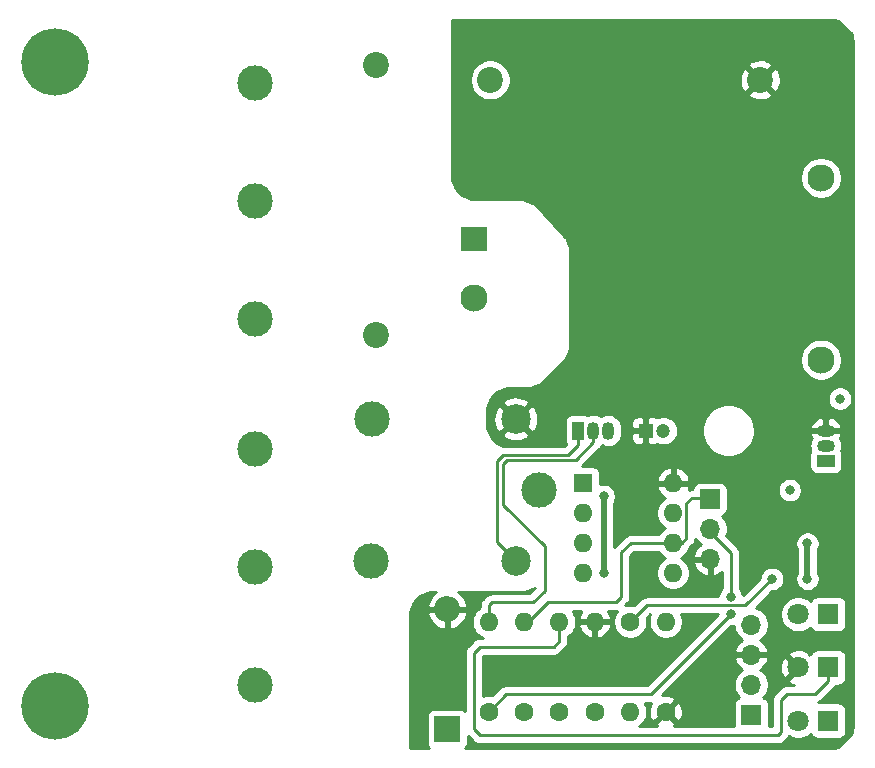
<source format=gbl>
G04 #@! TF.GenerationSoftware,KiCad,Pcbnew,(5.1.5)-3*
G04 #@! TF.CreationDate,2020-11-02T17:07:13+01:00*
G04 #@! TF.ProjectId,Heat Controller,48656174-2043-46f6-9e74-726f6c6c6572,rev?*
G04 #@! TF.SameCoordinates,Original*
G04 #@! TF.FileFunction,Copper,L2,Bot*
G04 #@! TF.FilePolarity,Positive*
%FSLAX46Y46*%
G04 Gerber Fmt 4.6, Leading zero omitted, Abs format (unit mm)*
G04 Created by KiCad (PCBNEW (5.1.5)-3) date 2020-11-02 17:07:13*
%MOMM*%
%LPD*%
G04 APERTURE LIST*
%ADD10O,1.700000X1.700000*%
%ADD11R,1.700000X1.700000*%
%ADD12C,3.000000*%
%ADD13C,2.300000*%
%ADD14R,2.300000X2.000000*%
%ADD15C,5.700000*%
%ADD16C,1.200000*%
%ADD17R,1.200000X1.200000*%
%ADD18O,2.200000X2.200000*%
%ADD19R,2.200000X2.200000*%
%ADD20C,1.800000*%
%ADD21R,1.800000X1.800000*%
%ADD22C,2.200000*%
%ADD23C,2.500000*%
%ADD24R,1.050000X1.500000*%
%ADD25O,1.050000X1.500000*%
%ADD26R,1.500000X1.050000*%
%ADD27O,1.500000X1.050000*%
%ADD28O,1.600000X1.600000*%
%ADD29R,1.600000X1.600000*%
%ADD30C,1.600000*%
%ADD31C,0.800000*%
%ADD32C,0.500000*%
%ADD33C,0.250000*%
%ADD34C,0.254000*%
G04 APERTURE END LIST*
D10*
X168000000Y-118830000D03*
X168000000Y-116290000D03*
D11*
X168000000Y-113750000D03*
D12*
X129500000Y-109500000D03*
X129500000Y-119500000D03*
X129500000Y-129500000D03*
X129500000Y-78500000D03*
X129500000Y-88500000D03*
X129500000Y-98500000D03*
D13*
X177400000Y-101950000D03*
X148000000Y-96750000D03*
D14*
X148000000Y-91750000D03*
D13*
X177400000Y-86550000D03*
D15*
X112500000Y-131250000D03*
X112500000Y-76750000D03*
D16*
X164060000Y-107950000D03*
D17*
X162560000Y-107950000D03*
D18*
X145750000Y-123090000D03*
D19*
X145750000Y-133250000D03*
D20*
X175460000Y-123500000D03*
D21*
X178000000Y-123500000D03*
D20*
X175460000Y-128000000D03*
D21*
X178000000Y-128000000D03*
D20*
X175460000Y-132500000D03*
D21*
X178000000Y-132500000D03*
D22*
X139750000Y-99860000D03*
X139750000Y-77000000D03*
X149390000Y-78250000D03*
X172250000Y-78250000D03*
D10*
X171500000Y-124380000D03*
X171500000Y-126920000D03*
X171500000Y-129460000D03*
D11*
X171500000Y-132000000D03*
D12*
X153500000Y-113000000D03*
D23*
X151550000Y-118950000D03*
D12*
X139300000Y-119000000D03*
X139350000Y-106950000D03*
D23*
X151550000Y-106950000D03*
D24*
X156845000Y-107950000D03*
D25*
X159385000Y-107950000D03*
X158115000Y-107950000D03*
D26*
X177800000Y-110490000D03*
D27*
X177800000Y-107950000D03*
X177800000Y-109220000D03*
D28*
X164870000Y-112395000D03*
X157250000Y-120015000D03*
X164870000Y-114935000D03*
X157250000Y-117475000D03*
X164870000Y-117475000D03*
X157250000Y-114935000D03*
X164870000Y-120015000D03*
D29*
X157250000Y-112395000D03*
D28*
X149250000Y-124130000D03*
D30*
X149250000Y-131750000D03*
D28*
X161250000Y-131750000D03*
D30*
X161250000Y-124130000D03*
D28*
X158250000Y-124130000D03*
D30*
X158250000Y-131750000D03*
D28*
X155250000Y-124130000D03*
D30*
X155250000Y-131750000D03*
D28*
X152250000Y-124130000D03*
D30*
X152250000Y-131750000D03*
X164250000Y-131750000D03*
D28*
X164250000Y-124130000D03*
D31*
X179000000Y-105250000D03*
X174750000Y-113000000D03*
X159000000Y-120000000D03*
X159000000Y-113500000D03*
X176250000Y-120500000D03*
X176250000Y-117500000D03*
X177250000Y-105250000D03*
X146250000Y-128500000D03*
X149500000Y-128500000D03*
X166500000Y-128750000D03*
X163000000Y-128750000D03*
X162250000Y-119000000D03*
X162250000Y-116000000D03*
X169750000Y-122000000D03*
X169750000Y-123500000D03*
X173250000Y-120500000D03*
D32*
X176250000Y-117500000D02*
X176250000Y-120500000D01*
X159000000Y-113500000D02*
X159000000Y-120000000D01*
D33*
X150000000Y-117400000D02*
X150000000Y-110500000D01*
X156000000Y-110000000D02*
X156845000Y-109155000D01*
X156845000Y-109155000D02*
X156845000Y-107950000D01*
X151550000Y-118950000D02*
X150000000Y-117400000D01*
X150000000Y-110500000D02*
X150500000Y-110000000D01*
X150500000Y-110000000D02*
X156000000Y-110000000D01*
X156614991Y-110450009D02*
X158115000Y-108950000D01*
X150799990Y-110450010D02*
X156614991Y-110450009D01*
X150500000Y-110750000D02*
X150799990Y-110450010D01*
X149500000Y-122500000D02*
X153000000Y-122500000D01*
X158115000Y-108950000D02*
X158115000Y-107950000D01*
X154000000Y-117750000D02*
X150500000Y-114250000D01*
X149250000Y-122750000D02*
X149500000Y-122500000D01*
X149250000Y-124130000D02*
X149250000Y-122750000D01*
X153000000Y-122500000D02*
X154000000Y-121500000D01*
X150500000Y-114250000D02*
X150500000Y-110750000D01*
X154000000Y-121500000D02*
X154000000Y-117750000D01*
X166437919Y-113665000D02*
X167640000Y-113665000D01*
X166000000Y-117071370D02*
X166000000Y-114102919D01*
X166000000Y-114102919D02*
X166437919Y-113665000D01*
X165596370Y-117475000D02*
X166000000Y-117071370D01*
X164465000Y-117475000D02*
X165596370Y-117475000D01*
X171450000Y-78741410D02*
X171450000Y-78740705D01*
X155250000Y-125750000D02*
X155250000Y-124130000D01*
X154750000Y-126250000D02*
X155250000Y-125750000D01*
X176900000Y-130250000D02*
X174500000Y-130250000D01*
X174000000Y-130750000D02*
X174000000Y-133500000D01*
X174500000Y-130250000D02*
X174000000Y-130750000D01*
X174000000Y-133500000D02*
X173750000Y-133750000D01*
X178000000Y-128000000D02*
X178000000Y-129150000D01*
X173750000Y-133750000D02*
X148500000Y-133750000D01*
X148500000Y-133750000D02*
X148000000Y-133250000D01*
X148000000Y-133250000D02*
X148000000Y-126750000D01*
X148000000Y-126750000D02*
X148500000Y-126250000D01*
X178000000Y-129150000D02*
X176900000Y-130250000D01*
X148500000Y-126250000D02*
X154750000Y-126250000D01*
X149250000Y-131750000D02*
X150750000Y-130250000D01*
X150750000Y-130250000D02*
X162975010Y-130250000D01*
X169350001Y-123875009D02*
X169750000Y-123475010D01*
X162975010Y-130250000D02*
X169350001Y-123875009D01*
X169750000Y-118290000D02*
X167750000Y-116290000D01*
X169750000Y-122000000D02*
X169750000Y-118290000D01*
X161275000Y-117475000D02*
X164465000Y-117475000D01*
X160500000Y-118250000D02*
X161275000Y-117475000D01*
X152620000Y-124130000D02*
X154250000Y-122500000D01*
X154250000Y-122500000D02*
X160000000Y-122500000D01*
X152250000Y-124130000D02*
X152620000Y-124130000D01*
X160000000Y-122500000D02*
X160500000Y-122000000D01*
X160500000Y-122000000D02*
X160500000Y-118250000D01*
X171000000Y-122750000D02*
X173250000Y-120500000D01*
X162630000Y-122750000D02*
X171000000Y-122750000D01*
X161250000Y-124130000D02*
X162630000Y-122750000D01*
D34*
G36*
X152685199Y-121740000D02*
G01*
X149537322Y-121740000D01*
X149499999Y-121736324D01*
X149462676Y-121740000D01*
X149462667Y-121740000D01*
X149351014Y-121750997D01*
X149207753Y-121794454D01*
X149075724Y-121865026D01*
X148959999Y-121959999D01*
X148936200Y-121988998D01*
X148738998Y-122186201D01*
X148710000Y-122209999D01*
X148686202Y-122238997D01*
X148686201Y-122238998D01*
X148615026Y-122325724D01*
X148544454Y-122457754D01*
X148500998Y-122601015D01*
X148486324Y-122750000D01*
X148490001Y-122787332D01*
X148490001Y-122911956D01*
X148335241Y-123015363D01*
X148135363Y-123215241D01*
X147978320Y-123450273D01*
X147870147Y-123711426D01*
X147815000Y-123988665D01*
X147815000Y-124271335D01*
X147870147Y-124548574D01*
X147978320Y-124809727D01*
X148135363Y-125044759D01*
X148335241Y-125244637D01*
X148570273Y-125401680D01*
X148783497Y-125490000D01*
X148537325Y-125490000D01*
X148500000Y-125486324D01*
X148462675Y-125490000D01*
X148462667Y-125490000D01*
X148351014Y-125500997D01*
X148207753Y-125544454D01*
X148075724Y-125615026D01*
X147959999Y-125709999D01*
X147936196Y-125739003D01*
X147488998Y-126186201D01*
X147460000Y-126209999D01*
X147436202Y-126238997D01*
X147436201Y-126238998D01*
X147365026Y-126325724D01*
X147294454Y-126457754D01*
X147250998Y-126601015D01*
X147236324Y-126750000D01*
X147240001Y-126787332D01*
X147240000Y-131648602D01*
X147204494Y-131619463D01*
X147094180Y-131560498D01*
X146974482Y-131524188D01*
X146850000Y-131511928D01*
X144650000Y-131511928D01*
X144525518Y-131524188D01*
X144405820Y-131560498D01*
X144295506Y-131619463D01*
X144198815Y-131698815D01*
X144119463Y-131795506D01*
X144060498Y-131905820D01*
X144024188Y-132025518D01*
X144011928Y-132150000D01*
X144011928Y-134350000D01*
X144024188Y-134474482D01*
X144060498Y-134594180D01*
X144119463Y-134704494D01*
X144198815Y-134801185D01*
X144246111Y-134840000D01*
X142627000Y-134840000D01*
X142627000Y-123486123D01*
X144060821Y-123486123D01*
X144170558Y-123808054D01*
X144340992Y-124102391D01*
X144565573Y-124357822D01*
X144835671Y-124564531D01*
X145140906Y-124714575D01*
X145353878Y-124779175D01*
X145623000Y-124661125D01*
X145623000Y-123217000D01*
X145877000Y-123217000D01*
X145877000Y-124661125D01*
X146146122Y-124779175D01*
X146359094Y-124714575D01*
X146664329Y-124564531D01*
X146934427Y-124357822D01*
X147159008Y-124102391D01*
X147329442Y-123808054D01*
X147439179Y-123486123D01*
X147321600Y-123217000D01*
X145877000Y-123217000D01*
X145623000Y-123217000D01*
X144178400Y-123217000D01*
X144060821Y-123486123D01*
X142627000Y-123486123D01*
X142627000Y-123275263D01*
X142961218Y-122468388D01*
X143468388Y-121961218D01*
X144275263Y-121627000D01*
X144820604Y-121627000D01*
X144565573Y-121822178D01*
X144340992Y-122077609D01*
X144170558Y-122371946D01*
X144060821Y-122693877D01*
X144178400Y-122963000D01*
X145623000Y-122963000D01*
X145623000Y-122943000D01*
X145877000Y-122943000D01*
X145877000Y-122963000D01*
X147321600Y-122963000D01*
X147439179Y-122693877D01*
X147329442Y-122371946D01*
X147159008Y-122077609D01*
X146934427Y-121822178D01*
X146679396Y-121627000D01*
X152250000Y-121627000D01*
X152274776Y-121624560D01*
X152298601Y-121617333D01*
X153152154Y-121263780D01*
X153172056Y-121253142D01*
X152685199Y-121740000D01*
G37*
X152685199Y-121740000D02*
X149537322Y-121740000D01*
X149499999Y-121736324D01*
X149462676Y-121740000D01*
X149462667Y-121740000D01*
X149351014Y-121750997D01*
X149207753Y-121794454D01*
X149075724Y-121865026D01*
X148959999Y-121959999D01*
X148936200Y-121988998D01*
X148738998Y-122186201D01*
X148710000Y-122209999D01*
X148686202Y-122238997D01*
X148686201Y-122238998D01*
X148615026Y-122325724D01*
X148544454Y-122457754D01*
X148500998Y-122601015D01*
X148486324Y-122750000D01*
X148490001Y-122787332D01*
X148490001Y-122911956D01*
X148335241Y-123015363D01*
X148135363Y-123215241D01*
X147978320Y-123450273D01*
X147870147Y-123711426D01*
X147815000Y-123988665D01*
X147815000Y-124271335D01*
X147870147Y-124548574D01*
X147978320Y-124809727D01*
X148135363Y-125044759D01*
X148335241Y-125244637D01*
X148570273Y-125401680D01*
X148783497Y-125490000D01*
X148537325Y-125490000D01*
X148500000Y-125486324D01*
X148462675Y-125490000D01*
X148462667Y-125490000D01*
X148351014Y-125500997D01*
X148207753Y-125544454D01*
X148075724Y-125615026D01*
X147959999Y-125709999D01*
X147936196Y-125739003D01*
X147488998Y-126186201D01*
X147460000Y-126209999D01*
X147436202Y-126238997D01*
X147436201Y-126238998D01*
X147365026Y-126325724D01*
X147294454Y-126457754D01*
X147250998Y-126601015D01*
X147236324Y-126750000D01*
X147240001Y-126787332D01*
X147240000Y-131648602D01*
X147204494Y-131619463D01*
X147094180Y-131560498D01*
X146974482Y-131524188D01*
X146850000Y-131511928D01*
X144650000Y-131511928D01*
X144525518Y-131524188D01*
X144405820Y-131560498D01*
X144295506Y-131619463D01*
X144198815Y-131698815D01*
X144119463Y-131795506D01*
X144060498Y-131905820D01*
X144024188Y-132025518D01*
X144011928Y-132150000D01*
X144011928Y-134350000D01*
X144024188Y-134474482D01*
X144060498Y-134594180D01*
X144119463Y-134704494D01*
X144198815Y-134801185D01*
X144246111Y-134840000D01*
X142627000Y-134840000D01*
X142627000Y-123486123D01*
X144060821Y-123486123D01*
X144170558Y-123808054D01*
X144340992Y-124102391D01*
X144565573Y-124357822D01*
X144835671Y-124564531D01*
X145140906Y-124714575D01*
X145353878Y-124779175D01*
X145623000Y-124661125D01*
X145623000Y-123217000D01*
X145877000Y-123217000D01*
X145877000Y-124661125D01*
X146146122Y-124779175D01*
X146359094Y-124714575D01*
X146664329Y-124564531D01*
X146934427Y-124357822D01*
X147159008Y-124102391D01*
X147329442Y-123808054D01*
X147439179Y-123486123D01*
X147321600Y-123217000D01*
X145877000Y-123217000D01*
X145623000Y-123217000D01*
X144178400Y-123217000D01*
X144060821Y-123486123D01*
X142627000Y-123486123D01*
X142627000Y-123275263D01*
X142961218Y-122468388D01*
X143468388Y-121961218D01*
X144275263Y-121627000D01*
X144820604Y-121627000D01*
X144565573Y-121822178D01*
X144340992Y-122077609D01*
X144170558Y-122371946D01*
X144060821Y-122693877D01*
X144178400Y-122963000D01*
X145623000Y-122963000D01*
X145623000Y-122943000D01*
X145877000Y-122943000D01*
X145877000Y-122963000D01*
X147321600Y-122963000D01*
X147439179Y-122693877D01*
X147329442Y-122371946D01*
X147159008Y-122077609D01*
X146934427Y-121822178D01*
X146679396Y-121627000D01*
X152250000Y-121627000D01*
X152274776Y-121624560D01*
X152298601Y-121617333D01*
X153152154Y-121263780D01*
X153172056Y-121253142D01*
X152685199Y-121740000D01*
G36*
X178606775Y-73198147D02*
G01*
X178838504Y-73268110D01*
X179981293Y-74410899D01*
X180049319Y-74630656D01*
X180090001Y-75017722D01*
X180090000Y-132967721D01*
X180051853Y-133356776D01*
X179981890Y-133588504D01*
X178839101Y-134731293D01*
X178619344Y-134799319D01*
X178232288Y-134840000D01*
X147253889Y-134840000D01*
X147301185Y-134801185D01*
X147380537Y-134704494D01*
X147439502Y-134594180D01*
X147475812Y-134474482D01*
X147488072Y-134350000D01*
X147488072Y-133813040D01*
X147489003Y-133813804D01*
X147936196Y-134260997D01*
X147959999Y-134290001D01*
X148075724Y-134384974D01*
X148207753Y-134455546D01*
X148351014Y-134499003D01*
X148462667Y-134510000D01*
X148462675Y-134510000D01*
X148500000Y-134513676D01*
X148537325Y-134510000D01*
X173712678Y-134510000D01*
X173750000Y-134513676D01*
X173787322Y-134510000D01*
X173787333Y-134510000D01*
X173898986Y-134499003D01*
X174042247Y-134455546D01*
X174174276Y-134384974D01*
X174290001Y-134290001D01*
X174313803Y-134260998D01*
X174511002Y-134063800D01*
X174540001Y-134040001D01*
X174634974Y-133924276D01*
X174685943Y-133828920D01*
X174732905Y-133860299D01*
X175012257Y-133976011D01*
X175308816Y-134035000D01*
X175611184Y-134035000D01*
X175907743Y-133976011D01*
X176187095Y-133860299D01*
X176438505Y-133692312D01*
X176504944Y-133625873D01*
X176510498Y-133644180D01*
X176569463Y-133754494D01*
X176648815Y-133851185D01*
X176745506Y-133930537D01*
X176855820Y-133989502D01*
X176975518Y-134025812D01*
X177100000Y-134038072D01*
X178900000Y-134038072D01*
X179024482Y-134025812D01*
X179144180Y-133989502D01*
X179254494Y-133930537D01*
X179351185Y-133851185D01*
X179430537Y-133754494D01*
X179489502Y-133644180D01*
X179525812Y-133524482D01*
X179538072Y-133400000D01*
X179538072Y-131600000D01*
X179525812Y-131475518D01*
X179489502Y-131355820D01*
X179430537Y-131245506D01*
X179351185Y-131148815D01*
X179254494Y-131069463D01*
X179144180Y-131010498D01*
X179024482Y-130974188D01*
X178900000Y-130961928D01*
X177171208Y-130961928D01*
X177192247Y-130955546D01*
X177324276Y-130884974D01*
X177440001Y-130790001D01*
X177463804Y-130760998D01*
X178511003Y-129713799D01*
X178540001Y-129690001D01*
X178601531Y-129615027D01*
X178634974Y-129574277D01*
X178654326Y-129538072D01*
X178900000Y-129538072D01*
X179024482Y-129525812D01*
X179144180Y-129489502D01*
X179254494Y-129430537D01*
X179351185Y-129351185D01*
X179430537Y-129254494D01*
X179489502Y-129144180D01*
X179525812Y-129024482D01*
X179538072Y-128900000D01*
X179538072Y-127100000D01*
X179525812Y-126975518D01*
X179489502Y-126855820D01*
X179430537Y-126745506D01*
X179351185Y-126648815D01*
X179254494Y-126569463D01*
X179144180Y-126510498D01*
X179024482Y-126474188D01*
X178900000Y-126461928D01*
X177100000Y-126461928D01*
X176975518Y-126474188D01*
X176855820Y-126510498D01*
X176745506Y-126569463D01*
X176648815Y-126648815D01*
X176569463Y-126745506D01*
X176510498Y-126855820D01*
X176507187Y-126866735D01*
X176460422Y-126819970D01*
X176344474Y-126935918D01*
X176260792Y-126681739D01*
X175988225Y-126550842D01*
X175695358Y-126475635D01*
X175393447Y-126459009D01*
X175094093Y-126501603D01*
X174808801Y-126601778D01*
X174659208Y-126681739D01*
X174575525Y-126935920D01*
X175460000Y-127820395D01*
X175474143Y-127806253D01*
X175653748Y-127985858D01*
X175639605Y-128000000D01*
X175653748Y-128014143D01*
X175474143Y-128193748D01*
X175460000Y-128179605D01*
X174575525Y-129064080D01*
X174659208Y-129318261D01*
X174931775Y-129449158D01*
X175090820Y-129490000D01*
X174537325Y-129490000D01*
X174500000Y-129486324D01*
X174462675Y-129490000D01*
X174462667Y-129490000D01*
X174351014Y-129500997D01*
X174207753Y-129544454D01*
X174075724Y-129615026D01*
X173959999Y-129709999D01*
X173936196Y-129739003D01*
X173489003Y-130186196D01*
X173459999Y-130209999D01*
X173427171Y-130250001D01*
X173365026Y-130325724D01*
X173294455Y-130457753D01*
X173294454Y-130457754D01*
X173250997Y-130601015D01*
X173240000Y-130712668D01*
X173240000Y-130712678D01*
X173236324Y-130750000D01*
X173240000Y-130787323D01*
X173240001Y-132990000D01*
X172971105Y-132990000D01*
X172975812Y-132974482D01*
X172988072Y-132850000D01*
X172988072Y-131150000D01*
X172975812Y-131025518D01*
X172939502Y-130905820D01*
X172880537Y-130795506D01*
X172801185Y-130698815D01*
X172704494Y-130619463D01*
X172594180Y-130560498D01*
X172521620Y-130538487D01*
X172653475Y-130406632D01*
X172815990Y-130163411D01*
X172927932Y-129893158D01*
X172985000Y-129606260D01*
X172985000Y-129313740D01*
X172927932Y-129026842D01*
X172815990Y-128756589D01*
X172653475Y-128513368D01*
X172446632Y-128306525D01*
X172264466Y-128184805D01*
X172381355Y-128115178D01*
X172435299Y-128066553D01*
X173919009Y-128066553D01*
X173961603Y-128365907D01*
X174061778Y-128651199D01*
X174141739Y-128800792D01*
X174395920Y-128884475D01*
X175280395Y-128000000D01*
X174395920Y-127115525D01*
X174141739Y-127199208D01*
X174010842Y-127471775D01*
X173935635Y-127764642D01*
X173919009Y-128066553D01*
X172435299Y-128066553D01*
X172597588Y-127920269D01*
X172771641Y-127686920D01*
X172896825Y-127424099D01*
X172941476Y-127276890D01*
X172820155Y-127047000D01*
X171627000Y-127047000D01*
X171627000Y-127067000D01*
X171373000Y-127067000D01*
X171373000Y-127047000D01*
X170179845Y-127047000D01*
X170058524Y-127276890D01*
X170103175Y-127424099D01*
X170228359Y-127686920D01*
X170402412Y-127920269D01*
X170618645Y-128115178D01*
X170735534Y-128184805D01*
X170553368Y-128306525D01*
X170346525Y-128513368D01*
X170184010Y-128756589D01*
X170072068Y-129026842D01*
X170015000Y-129313740D01*
X170015000Y-129606260D01*
X170072068Y-129893158D01*
X170184010Y-130163411D01*
X170346525Y-130406632D01*
X170478380Y-130538487D01*
X170405820Y-130560498D01*
X170295506Y-130619463D01*
X170198815Y-130698815D01*
X170119463Y-130795506D01*
X170060498Y-130905820D01*
X170024188Y-131025518D01*
X170011928Y-131150000D01*
X170011928Y-132850000D01*
X170024188Y-132974482D01*
X170028895Y-132990000D01*
X164985286Y-132990000D01*
X164991514Y-132986671D01*
X165063097Y-132742702D01*
X164250000Y-131929605D01*
X163436903Y-132742702D01*
X163508486Y-132986671D01*
X163515522Y-132990000D01*
X161977140Y-132990000D01*
X162164759Y-132864637D01*
X162364637Y-132664759D01*
X162521680Y-132429727D01*
X162629853Y-132168574D01*
X162685000Y-131891335D01*
X162685000Y-131608665D01*
X162629853Y-131331426D01*
X162521680Y-131070273D01*
X162481407Y-131010000D01*
X162937688Y-131010000D01*
X162975010Y-131013676D01*
X163012332Y-131010000D01*
X163012343Y-131010000D01*
X163012626Y-131009972D01*
X162892429Y-131263996D01*
X162823700Y-131538184D01*
X162809783Y-131820512D01*
X162851213Y-132100130D01*
X162946397Y-132366292D01*
X163013329Y-132491514D01*
X163257298Y-132563097D01*
X164070395Y-131750000D01*
X164429605Y-131750000D01*
X165242702Y-132563097D01*
X165486671Y-132491514D01*
X165607571Y-132236004D01*
X165676300Y-131961816D01*
X165690217Y-131679488D01*
X165648787Y-131399870D01*
X165553603Y-131133708D01*
X165486671Y-131008486D01*
X165242702Y-130936903D01*
X164429605Y-131750000D01*
X164070395Y-131750000D01*
X164056253Y-131735858D01*
X164235858Y-131556253D01*
X164250000Y-131570395D01*
X165063097Y-130757298D01*
X164991514Y-130513329D01*
X164736004Y-130392429D01*
X164461816Y-130323700D01*
X164179488Y-130309783D01*
X163957074Y-130342737D01*
X169764812Y-124535000D01*
X169851939Y-124535000D01*
X170015000Y-124502565D01*
X170015000Y-124526260D01*
X170072068Y-124813158D01*
X170184010Y-125083411D01*
X170346525Y-125326632D01*
X170553368Y-125533475D01*
X170735534Y-125655195D01*
X170618645Y-125724822D01*
X170402412Y-125919731D01*
X170228359Y-126153080D01*
X170103175Y-126415901D01*
X170058524Y-126563110D01*
X170179845Y-126793000D01*
X171373000Y-126793000D01*
X171373000Y-126773000D01*
X171627000Y-126773000D01*
X171627000Y-126793000D01*
X172820155Y-126793000D01*
X172941476Y-126563110D01*
X172896825Y-126415901D01*
X172771641Y-126153080D01*
X172597588Y-125919731D01*
X172381355Y-125724822D01*
X172264466Y-125655195D01*
X172446632Y-125533475D01*
X172653475Y-125326632D01*
X172815990Y-125083411D01*
X172927932Y-124813158D01*
X172985000Y-124526260D01*
X172985000Y-124233740D01*
X172927932Y-123946842D01*
X172815990Y-123676589D01*
X172653475Y-123433368D01*
X172568923Y-123348816D01*
X173925000Y-123348816D01*
X173925000Y-123651184D01*
X173983989Y-123947743D01*
X174099701Y-124227095D01*
X174267688Y-124478505D01*
X174481495Y-124692312D01*
X174732905Y-124860299D01*
X175012257Y-124976011D01*
X175308816Y-125035000D01*
X175611184Y-125035000D01*
X175907743Y-124976011D01*
X176187095Y-124860299D01*
X176438505Y-124692312D01*
X176504944Y-124625873D01*
X176510498Y-124644180D01*
X176569463Y-124754494D01*
X176648815Y-124851185D01*
X176745506Y-124930537D01*
X176855820Y-124989502D01*
X176975518Y-125025812D01*
X177100000Y-125038072D01*
X178900000Y-125038072D01*
X179024482Y-125025812D01*
X179144180Y-124989502D01*
X179254494Y-124930537D01*
X179351185Y-124851185D01*
X179430537Y-124754494D01*
X179489502Y-124644180D01*
X179525812Y-124524482D01*
X179538072Y-124400000D01*
X179538072Y-122600000D01*
X179525812Y-122475518D01*
X179489502Y-122355820D01*
X179430537Y-122245506D01*
X179351185Y-122148815D01*
X179254494Y-122069463D01*
X179144180Y-122010498D01*
X179024482Y-121974188D01*
X178900000Y-121961928D01*
X177100000Y-121961928D01*
X176975518Y-121974188D01*
X176855820Y-122010498D01*
X176745506Y-122069463D01*
X176648815Y-122148815D01*
X176569463Y-122245506D01*
X176510498Y-122355820D01*
X176504944Y-122374127D01*
X176438505Y-122307688D01*
X176187095Y-122139701D01*
X175907743Y-122023989D01*
X175611184Y-121965000D01*
X175308816Y-121965000D01*
X175012257Y-122023989D01*
X174732905Y-122139701D01*
X174481495Y-122307688D01*
X174267688Y-122521495D01*
X174099701Y-122772905D01*
X173983989Y-123052257D01*
X173925000Y-123348816D01*
X172568923Y-123348816D01*
X172446632Y-123226525D01*
X172203411Y-123064010D01*
X171933158Y-122952068D01*
X171882758Y-122942043D01*
X173289802Y-121535000D01*
X173351939Y-121535000D01*
X173551898Y-121495226D01*
X173740256Y-121417205D01*
X173909774Y-121303937D01*
X174053937Y-121159774D01*
X174167205Y-120990256D01*
X174245226Y-120801898D01*
X174285000Y-120601939D01*
X174285000Y-120398061D01*
X174245226Y-120198102D01*
X174167205Y-120009744D01*
X174053937Y-119840226D01*
X173909774Y-119696063D01*
X173740256Y-119582795D01*
X173551898Y-119504774D01*
X173351939Y-119465000D01*
X173148061Y-119465000D01*
X172948102Y-119504774D01*
X172759744Y-119582795D01*
X172590226Y-119696063D01*
X172446063Y-119840226D01*
X172332795Y-120009744D01*
X172254774Y-120198102D01*
X172215000Y-120398061D01*
X172215000Y-120460198D01*
X170783696Y-121891503D01*
X170745226Y-121698102D01*
X170667205Y-121509744D01*
X170553937Y-121340226D01*
X170510000Y-121296289D01*
X170510000Y-118327322D01*
X170513676Y-118289999D01*
X170510000Y-118252676D01*
X170510000Y-118252667D01*
X170499003Y-118141014D01*
X170455546Y-117997753D01*
X170434165Y-117957753D01*
X170384974Y-117865723D01*
X170313799Y-117778997D01*
X170290001Y-117749999D01*
X170261003Y-117726201D01*
X169932863Y-117398061D01*
X175215000Y-117398061D01*
X175215000Y-117601939D01*
X175254774Y-117801898D01*
X175332795Y-117990256D01*
X175365000Y-118038455D01*
X175365001Y-119961544D01*
X175332795Y-120009744D01*
X175254774Y-120198102D01*
X175215000Y-120398061D01*
X175215000Y-120601939D01*
X175254774Y-120801898D01*
X175332795Y-120990256D01*
X175446063Y-121159774D01*
X175590226Y-121303937D01*
X175759744Y-121417205D01*
X175948102Y-121495226D01*
X176148061Y-121535000D01*
X176351939Y-121535000D01*
X176551898Y-121495226D01*
X176740256Y-121417205D01*
X176909774Y-121303937D01*
X177053937Y-121159774D01*
X177167205Y-120990256D01*
X177245226Y-120801898D01*
X177285000Y-120601939D01*
X177285000Y-120398061D01*
X177245226Y-120198102D01*
X177167205Y-120009744D01*
X177135000Y-119961546D01*
X177135000Y-118038454D01*
X177167205Y-117990256D01*
X177245226Y-117801898D01*
X177285000Y-117601939D01*
X177285000Y-117398061D01*
X177245226Y-117198102D01*
X177167205Y-117009744D01*
X177053937Y-116840226D01*
X176909774Y-116696063D01*
X176740256Y-116582795D01*
X176551898Y-116504774D01*
X176351939Y-116465000D01*
X176148061Y-116465000D01*
X175948102Y-116504774D01*
X175759744Y-116582795D01*
X175590226Y-116696063D01*
X175446063Y-116840226D01*
X175332795Y-117009744D01*
X175254774Y-117198102D01*
X175215000Y-117398061D01*
X169932863Y-117398061D01*
X169378148Y-116843347D01*
X169427932Y-116723158D01*
X169485000Y-116436260D01*
X169485000Y-116143740D01*
X169427932Y-115856842D01*
X169315990Y-115586589D01*
X169153475Y-115343368D01*
X169021620Y-115211513D01*
X169094180Y-115189502D01*
X169204494Y-115130537D01*
X169301185Y-115051185D01*
X169380537Y-114954494D01*
X169439502Y-114844180D01*
X169475812Y-114724482D01*
X169488072Y-114600000D01*
X169488072Y-112900000D01*
X169487882Y-112898061D01*
X173715000Y-112898061D01*
X173715000Y-113101939D01*
X173754774Y-113301898D01*
X173832795Y-113490256D01*
X173946063Y-113659774D01*
X174090226Y-113803937D01*
X174259744Y-113917205D01*
X174448102Y-113995226D01*
X174648061Y-114035000D01*
X174851939Y-114035000D01*
X175051898Y-113995226D01*
X175240256Y-113917205D01*
X175409774Y-113803937D01*
X175553937Y-113659774D01*
X175667205Y-113490256D01*
X175745226Y-113301898D01*
X175785000Y-113101939D01*
X175785000Y-112898061D01*
X175745226Y-112698102D01*
X175667205Y-112509744D01*
X175553937Y-112340226D01*
X175409774Y-112196063D01*
X175240256Y-112082795D01*
X175051898Y-112004774D01*
X174851939Y-111965000D01*
X174648061Y-111965000D01*
X174448102Y-112004774D01*
X174259744Y-112082795D01*
X174090226Y-112196063D01*
X173946063Y-112340226D01*
X173832795Y-112509744D01*
X173754774Y-112698102D01*
X173715000Y-112898061D01*
X169487882Y-112898061D01*
X169475812Y-112775518D01*
X169439502Y-112655820D01*
X169380537Y-112545506D01*
X169301185Y-112448815D01*
X169204494Y-112369463D01*
X169094180Y-112310498D01*
X168974482Y-112274188D01*
X168850000Y-112261928D01*
X167150000Y-112261928D01*
X167025518Y-112274188D01*
X166905820Y-112310498D01*
X166795506Y-112369463D01*
X166698815Y-112448815D01*
X166619463Y-112545506D01*
X166560498Y-112655820D01*
X166524188Y-112775518D01*
X166511928Y-112900000D01*
X166511928Y-112905000D01*
X166475241Y-112905000D01*
X166437919Y-112901324D01*
X166400596Y-112905000D01*
X166400586Y-112905000D01*
X166288933Y-112915997D01*
X166189000Y-112946311D01*
X166221246Y-112878087D01*
X166261904Y-112744039D01*
X166139915Y-112522000D01*
X164997000Y-112522000D01*
X164997000Y-112542000D01*
X164743000Y-112542000D01*
X164743000Y-112522000D01*
X163600085Y-112522000D01*
X163478096Y-112744039D01*
X163518754Y-112878087D01*
X163638963Y-113132420D01*
X163806481Y-113358414D01*
X164014869Y-113547385D01*
X164200865Y-113658933D01*
X164190273Y-113663320D01*
X163955241Y-113820363D01*
X163755363Y-114020241D01*
X163598320Y-114255273D01*
X163490147Y-114516426D01*
X163435000Y-114793665D01*
X163435000Y-115076335D01*
X163490147Y-115353574D01*
X163598320Y-115614727D01*
X163755363Y-115849759D01*
X163955241Y-116049637D01*
X164187759Y-116205000D01*
X163955241Y-116360363D01*
X163755363Y-116560241D01*
X163651957Y-116715000D01*
X161312333Y-116715000D01*
X161275000Y-116711323D01*
X161237667Y-116715000D01*
X161126014Y-116725997D01*
X160982753Y-116769454D01*
X160850724Y-116840026D01*
X160734999Y-116934999D01*
X160711201Y-116963998D01*
X159988998Y-117686201D01*
X159960000Y-117709999D01*
X159936202Y-117738997D01*
X159936201Y-117738998D01*
X159885000Y-117801386D01*
X159885000Y-114038454D01*
X159917205Y-113990256D01*
X159995226Y-113801898D01*
X160035000Y-113601939D01*
X160035000Y-113398061D01*
X159995226Y-113198102D01*
X159917205Y-113009744D01*
X159803937Y-112840226D01*
X159659774Y-112696063D01*
X159490256Y-112582795D01*
X159301898Y-112504774D01*
X159101939Y-112465000D01*
X158898061Y-112465000D01*
X158698102Y-112504774D01*
X158688072Y-112508929D01*
X158688072Y-112045961D01*
X163478096Y-112045961D01*
X163600085Y-112268000D01*
X164743000Y-112268000D01*
X164743000Y-111124376D01*
X164997000Y-111124376D01*
X164997000Y-112268000D01*
X166139915Y-112268000D01*
X166261904Y-112045961D01*
X166221246Y-111911913D01*
X166101037Y-111657580D01*
X165933519Y-111431586D01*
X165725131Y-111242615D01*
X165483881Y-111097930D01*
X165219040Y-111003091D01*
X164997000Y-111124376D01*
X164743000Y-111124376D01*
X164520960Y-111003091D01*
X164256119Y-111097930D01*
X164014869Y-111242615D01*
X163806481Y-111431586D01*
X163638963Y-111657580D01*
X163518754Y-111911913D01*
X163478096Y-112045961D01*
X158688072Y-112045961D01*
X158688072Y-111595000D01*
X158675812Y-111470518D01*
X158639502Y-111350820D01*
X158580537Y-111240506D01*
X158501185Y-111143815D01*
X158404494Y-111064463D01*
X158294180Y-111005498D01*
X158174482Y-110969188D01*
X158050000Y-110956928D01*
X157182873Y-110956928D01*
X158626004Y-109513798D01*
X158655001Y-109490001D01*
X158690089Y-109447246D01*
X158749974Y-109374277D01*
X158820546Y-109242247D01*
X158834548Y-109196086D01*
X158938941Y-109251885D01*
X159157601Y-109318215D01*
X159385000Y-109340612D01*
X159612400Y-109318215D01*
X159831060Y-109251885D01*
X160032579Y-109144171D01*
X160209212Y-108999212D01*
X160354171Y-108822579D01*
X160461885Y-108621059D01*
X160483440Y-108550000D01*
X161321928Y-108550000D01*
X161334188Y-108674482D01*
X161370498Y-108794180D01*
X161429463Y-108904494D01*
X161508815Y-109001185D01*
X161605506Y-109080537D01*
X161715820Y-109139502D01*
X161835518Y-109175812D01*
X161960000Y-109188072D01*
X162274250Y-109185000D01*
X162433000Y-109026250D01*
X162433000Y-108077000D01*
X161483750Y-108077000D01*
X161325000Y-108235750D01*
X161321928Y-108550000D01*
X160483440Y-108550000D01*
X160528215Y-108402399D01*
X160545000Y-108231978D01*
X160545000Y-107668021D01*
X160528215Y-107497600D01*
X160483441Y-107350000D01*
X161321928Y-107350000D01*
X161325000Y-107664250D01*
X161483750Y-107823000D01*
X162433000Y-107823000D01*
X162433000Y-106873750D01*
X162687000Y-106873750D01*
X162687000Y-107823000D01*
X162707000Y-107823000D01*
X162707000Y-108077000D01*
X162687000Y-108077000D01*
X162687000Y-109026250D01*
X162845750Y-109185000D01*
X163160000Y-109188072D01*
X163284482Y-109175812D01*
X163404180Y-109139502D01*
X163514494Y-109080537D01*
X163530478Y-109067419D01*
X163699764Y-109137540D01*
X163938363Y-109185000D01*
X164181637Y-109185000D01*
X164420236Y-109137540D01*
X164644992Y-109044443D01*
X164847267Y-108909287D01*
X165019287Y-108737267D01*
X165154443Y-108534992D01*
X165247540Y-108310236D01*
X165295000Y-108071637D01*
X165295000Y-107828363D01*
X165275410Y-107729872D01*
X167310000Y-107729872D01*
X167310000Y-108170128D01*
X167395890Y-108601925D01*
X167564369Y-109008669D01*
X167808962Y-109374729D01*
X168120271Y-109686038D01*
X168486331Y-109930631D01*
X168893075Y-110099110D01*
X169324872Y-110185000D01*
X169765128Y-110185000D01*
X170196925Y-110099110D01*
X170603669Y-109930631D01*
X170969729Y-109686038D01*
X171281038Y-109374729D01*
X171384424Y-109220000D01*
X176409388Y-109220000D01*
X176431785Y-109447400D01*
X176495093Y-109656098D01*
X176460498Y-109720820D01*
X176424188Y-109840518D01*
X176411928Y-109965000D01*
X176411928Y-111015000D01*
X176424188Y-111139482D01*
X176460498Y-111259180D01*
X176519463Y-111369494D01*
X176598815Y-111466185D01*
X176695506Y-111545537D01*
X176805820Y-111604502D01*
X176925518Y-111640812D01*
X177050000Y-111653072D01*
X178550000Y-111653072D01*
X178674482Y-111640812D01*
X178794180Y-111604502D01*
X178904494Y-111545537D01*
X179001185Y-111466185D01*
X179080537Y-111369494D01*
X179139502Y-111259180D01*
X179175812Y-111139482D01*
X179188072Y-111015000D01*
X179188072Y-109965000D01*
X179175812Y-109840518D01*
X179139502Y-109720820D01*
X179104907Y-109656098D01*
X179168215Y-109447400D01*
X179190612Y-109220000D01*
X179168215Y-108992600D01*
X179101885Y-108773940D01*
X179001071Y-108585331D01*
X179042275Y-108526882D01*
X179135272Y-108317337D01*
X179143964Y-108255810D01*
X179018163Y-108077000D01*
X178253109Y-108077000D01*
X178252400Y-108076785D01*
X178081979Y-108060000D01*
X177518021Y-108060000D01*
X177347600Y-108076785D01*
X177346891Y-108077000D01*
X176581837Y-108077000D01*
X176456036Y-108255810D01*
X176464728Y-108317337D01*
X176557725Y-108526882D01*
X176598929Y-108585331D01*
X176498115Y-108773940D01*
X176431785Y-108992600D01*
X176409388Y-109220000D01*
X171384424Y-109220000D01*
X171525631Y-109008669D01*
X171694110Y-108601925D01*
X171780000Y-108170128D01*
X171780000Y-107729872D01*
X171762957Y-107644190D01*
X176456036Y-107644190D01*
X176581837Y-107823000D01*
X177673000Y-107823000D01*
X177673000Y-106943402D01*
X177927000Y-106943402D01*
X177927000Y-107823000D01*
X179018163Y-107823000D01*
X179143964Y-107644190D01*
X179135272Y-107582663D01*
X179042275Y-107373118D01*
X178910184Y-107185742D01*
X178744076Y-107027736D01*
X178550334Y-106905172D01*
X178336404Y-106822761D01*
X178110507Y-106783669D01*
X177927000Y-106943402D01*
X177673000Y-106943402D01*
X177489493Y-106783669D01*
X177263596Y-106822761D01*
X177049666Y-106905172D01*
X176855924Y-107027736D01*
X176689816Y-107185742D01*
X176557725Y-107373118D01*
X176464728Y-107582663D01*
X176456036Y-107644190D01*
X171762957Y-107644190D01*
X171694110Y-107298075D01*
X171525631Y-106891331D01*
X171281038Y-106525271D01*
X170969729Y-106213962D01*
X170603669Y-105969369D01*
X170196925Y-105800890D01*
X169765128Y-105715000D01*
X169324872Y-105715000D01*
X168893075Y-105800890D01*
X168486331Y-105969369D01*
X168120271Y-106213962D01*
X167808962Y-106525271D01*
X167564369Y-106891331D01*
X167395890Y-107298075D01*
X167310000Y-107729872D01*
X165275410Y-107729872D01*
X165247540Y-107589764D01*
X165154443Y-107365008D01*
X165019287Y-107162733D01*
X164847267Y-106990713D01*
X164644992Y-106855557D01*
X164420236Y-106762460D01*
X164181637Y-106715000D01*
X163938363Y-106715000D01*
X163699764Y-106762460D01*
X163530478Y-106832581D01*
X163514494Y-106819463D01*
X163404180Y-106760498D01*
X163284482Y-106724188D01*
X163160000Y-106711928D01*
X162845750Y-106715000D01*
X162687000Y-106873750D01*
X162433000Y-106873750D01*
X162274250Y-106715000D01*
X161960000Y-106711928D01*
X161835518Y-106724188D01*
X161715820Y-106760498D01*
X161605506Y-106819463D01*
X161508815Y-106898815D01*
X161429463Y-106995506D01*
X161370498Y-107105820D01*
X161334188Y-107225518D01*
X161321928Y-107350000D01*
X160483441Y-107350000D01*
X160461885Y-107278940D01*
X160354171Y-107077421D01*
X160209212Y-106900788D01*
X160032578Y-106755829D01*
X159831059Y-106648115D01*
X159612399Y-106581785D01*
X159385000Y-106559388D01*
X159157600Y-106581785D01*
X158938940Y-106648115D01*
X158749999Y-106749106D01*
X158561059Y-106648115D01*
X158342399Y-106581785D01*
X158115000Y-106559388D01*
X157887600Y-106581785D01*
X157678902Y-106645093D01*
X157614180Y-106610498D01*
X157494482Y-106574188D01*
X157370000Y-106561928D01*
X156320000Y-106561928D01*
X156195518Y-106574188D01*
X156075820Y-106610498D01*
X155965506Y-106669463D01*
X155868815Y-106748815D01*
X155789463Y-106845506D01*
X155730498Y-106955820D01*
X155694188Y-107075518D01*
X155681928Y-107200000D01*
X155681928Y-108700000D01*
X155694188Y-108824482D01*
X155730498Y-108944180D01*
X155789463Y-109054494D01*
X155826083Y-109099115D01*
X155685198Y-109240000D01*
X150537325Y-109240000D01*
X150500000Y-109236324D01*
X150462675Y-109240000D01*
X150462667Y-109240000D01*
X150455804Y-109240676D01*
X149968388Y-109038782D01*
X149461218Y-108531612D01*
X149350207Y-108263605D01*
X150416000Y-108263605D01*
X150541914Y-108553577D01*
X150874126Y-108719433D01*
X151232312Y-108817290D01*
X151602706Y-108843389D01*
X151971075Y-108796725D01*
X152323262Y-108679094D01*
X152558086Y-108553577D01*
X152684000Y-108263605D01*
X151550000Y-107129605D01*
X150416000Y-108263605D01*
X149350207Y-108263605D01*
X149127000Y-107724737D01*
X149127000Y-107002706D01*
X149656611Y-107002706D01*
X149703275Y-107371075D01*
X149820906Y-107723262D01*
X149946423Y-107958086D01*
X150236395Y-108084000D01*
X151370395Y-106950000D01*
X151729605Y-106950000D01*
X152863605Y-108084000D01*
X153153577Y-107958086D01*
X153319433Y-107625874D01*
X153417290Y-107267688D01*
X153443389Y-106897294D01*
X153396725Y-106528925D01*
X153279094Y-106176738D01*
X153153577Y-105941914D01*
X152863605Y-105816000D01*
X151729605Y-106950000D01*
X151370395Y-106950000D01*
X150236395Y-105816000D01*
X149946423Y-105941914D01*
X149780567Y-106274126D01*
X149682710Y-106632312D01*
X149656611Y-107002706D01*
X149127000Y-107002706D01*
X149127000Y-106025263D01*
X149288074Y-105636395D01*
X150416000Y-105636395D01*
X151550000Y-106770395D01*
X152684000Y-105636395D01*
X152558086Y-105346423D01*
X152225874Y-105180567D01*
X152106893Y-105148061D01*
X177965000Y-105148061D01*
X177965000Y-105351939D01*
X178004774Y-105551898D01*
X178082795Y-105740256D01*
X178196063Y-105909774D01*
X178340226Y-106053937D01*
X178509744Y-106167205D01*
X178698102Y-106245226D01*
X178898061Y-106285000D01*
X179101939Y-106285000D01*
X179301898Y-106245226D01*
X179490256Y-106167205D01*
X179659774Y-106053937D01*
X179803937Y-105909774D01*
X179917205Y-105740256D01*
X179995226Y-105551898D01*
X180035000Y-105351939D01*
X180035000Y-105148061D01*
X179995226Y-104948102D01*
X179917205Y-104759744D01*
X179803937Y-104590226D01*
X179659774Y-104446063D01*
X179490256Y-104332795D01*
X179301898Y-104254774D01*
X179101939Y-104215000D01*
X178898061Y-104215000D01*
X178698102Y-104254774D01*
X178509744Y-104332795D01*
X178340226Y-104446063D01*
X178196063Y-104590226D01*
X178082795Y-104759744D01*
X178004774Y-104948102D01*
X177965000Y-105148061D01*
X152106893Y-105148061D01*
X151867688Y-105082710D01*
X151497294Y-105056611D01*
X151128925Y-105103275D01*
X150776738Y-105220906D01*
X150541914Y-105346423D01*
X150416000Y-105636395D01*
X149288074Y-105636395D01*
X149461218Y-105218388D01*
X149968388Y-104711218D01*
X150775263Y-104377000D01*
X152750000Y-104377000D01*
X152774776Y-104374560D01*
X152798601Y-104367333D01*
X153652154Y-104013780D01*
X153674110Y-104002044D01*
X153693356Y-103986250D01*
X155736250Y-101943356D01*
X155752044Y-101924110D01*
X155763780Y-101902154D01*
X155816783Y-101774193D01*
X175615000Y-101774193D01*
X175615000Y-102125807D01*
X175683596Y-102470665D01*
X175818153Y-102795515D01*
X176013500Y-103087871D01*
X176262129Y-103336500D01*
X176554485Y-103531847D01*
X176879335Y-103666404D01*
X177224193Y-103735000D01*
X177575807Y-103735000D01*
X177920665Y-103666404D01*
X178245515Y-103531847D01*
X178537871Y-103336500D01*
X178786500Y-103087871D01*
X178981847Y-102795515D01*
X179116404Y-102470665D01*
X179185000Y-102125807D01*
X179185000Y-101774193D01*
X179116404Y-101429335D01*
X178981847Y-101104485D01*
X178786500Y-100812129D01*
X178537871Y-100563500D01*
X178245515Y-100368153D01*
X177920665Y-100233596D01*
X177575807Y-100165000D01*
X177224193Y-100165000D01*
X176879335Y-100233596D01*
X176554485Y-100368153D01*
X176262129Y-100563500D01*
X176013500Y-100812129D01*
X175818153Y-101104485D01*
X175683596Y-101429335D01*
X175615000Y-101774193D01*
X155816783Y-101774193D01*
X156117333Y-101048601D01*
X156124560Y-101024776D01*
X156127000Y-101000000D01*
X156127000Y-92500000D01*
X156124560Y-92475224D01*
X156118212Y-92453579D01*
X155777986Y-91587182D01*
X155766658Y-91565012D01*
X155752839Y-91547186D01*
X153183291Y-88779980D01*
X153164643Y-88763484D01*
X153140990Y-88749984D01*
X152300764Y-88383587D01*
X152277078Y-88375920D01*
X152250000Y-88373000D01*
X147775263Y-88373000D01*
X146968388Y-88038782D01*
X146461218Y-87531612D01*
X146127000Y-86724737D01*
X146127000Y-86374193D01*
X175615000Y-86374193D01*
X175615000Y-86725807D01*
X175683596Y-87070665D01*
X175818153Y-87395515D01*
X176013500Y-87687871D01*
X176262129Y-87936500D01*
X176554485Y-88131847D01*
X176879335Y-88266404D01*
X177224193Y-88335000D01*
X177575807Y-88335000D01*
X177920665Y-88266404D01*
X178245515Y-88131847D01*
X178537871Y-87936500D01*
X178786500Y-87687871D01*
X178981847Y-87395515D01*
X179116404Y-87070665D01*
X179185000Y-86725807D01*
X179185000Y-86374193D01*
X179116404Y-86029335D01*
X178981847Y-85704485D01*
X178786500Y-85412129D01*
X178537871Y-85163500D01*
X178245515Y-84968153D01*
X177920665Y-84833596D01*
X177575807Y-84765000D01*
X177224193Y-84765000D01*
X176879335Y-84833596D01*
X176554485Y-84968153D01*
X176262129Y-85163500D01*
X176013500Y-85412129D01*
X175818153Y-85704485D01*
X175683596Y-86029335D01*
X175615000Y-86374193D01*
X146127000Y-86374193D01*
X146127000Y-78079117D01*
X147655000Y-78079117D01*
X147655000Y-78420883D01*
X147721675Y-78756081D01*
X147852463Y-79071831D01*
X148042337Y-79355998D01*
X148284002Y-79597663D01*
X148568169Y-79787537D01*
X148883919Y-79918325D01*
X149219117Y-79985000D01*
X149560883Y-79985000D01*
X149896081Y-79918325D01*
X150211831Y-79787537D01*
X150495998Y-79597663D01*
X150636949Y-79456712D01*
X171222893Y-79456712D01*
X171330726Y-79731338D01*
X171637384Y-79882216D01*
X171967585Y-79970369D01*
X172308639Y-79992409D01*
X172647439Y-79947489D01*
X172970966Y-79837336D01*
X173169274Y-79731338D01*
X173277107Y-79456712D01*
X172250000Y-78429605D01*
X171222893Y-79456712D01*
X150636949Y-79456712D01*
X150737663Y-79355998D01*
X150927537Y-79071831D01*
X151058325Y-78756081D01*
X151125000Y-78420883D01*
X151125000Y-78308639D01*
X170507591Y-78308639D01*
X170552511Y-78647439D01*
X170662664Y-78970966D01*
X170768662Y-79169274D01*
X171043288Y-79277107D01*
X172070395Y-78250000D01*
X172429605Y-78250000D01*
X173456712Y-79277107D01*
X173731338Y-79169274D01*
X173882216Y-78862616D01*
X173970369Y-78532415D01*
X173992409Y-78191361D01*
X173947489Y-77852561D01*
X173837336Y-77529034D01*
X173731338Y-77330726D01*
X173456712Y-77222893D01*
X172429605Y-78250000D01*
X172070395Y-78250000D01*
X171043288Y-77222893D01*
X170768662Y-77330726D01*
X170617784Y-77637384D01*
X170529631Y-77967585D01*
X170507591Y-78308639D01*
X151125000Y-78308639D01*
X151125000Y-78079117D01*
X151058325Y-77743919D01*
X150927537Y-77428169D01*
X150737663Y-77144002D01*
X150636949Y-77043288D01*
X171222893Y-77043288D01*
X172250000Y-78070395D01*
X173277107Y-77043288D01*
X173169274Y-76768662D01*
X172862616Y-76617784D01*
X172532415Y-76529631D01*
X172191361Y-76507591D01*
X171852561Y-76552511D01*
X171529034Y-76662664D01*
X171330726Y-76768662D01*
X171222893Y-77043288D01*
X150636949Y-77043288D01*
X150495998Y-76902337D01*
X150211831Y-76712463D01*
X149896081Y-76581675D01*
X149560883Y-76515000D01*
X149219117Y-76515000D01*
X148883919Y-76581675D01*
X148568169Y-76712463D01*
X148284002Y-76902337D01*
X148042337Y-77144002D01*
X147852463Y-77428169D01*
X147721675Y-77743919D01*
X147655000Y-78079117D01*
X146127000Y-78079117D01*
X146127000Y-73160000D01*
X178217721Y-73160000D01*
X178606775Y-73198147D01*
G37*
X178606775Y-73198147D02*
X178838504Y-73268110D01*
X179981293Y-74410899D01*
X180049319Y-74630656D01*
X180090001Y-75017722D01*
X180090000Y-132967721D01*
X180051853Y-133356776D01*
X179981890Y-133588504D01*
X178839101Y-134731293D01*
X178619344Y-134799319D01*
X178232288Y-134840000D01*
X147253889Y-134840000D01*
X147301185Y-134801185D01*
X147380537Y-134704494D01*
X147439502Y-134594180D01*
X147475812Y-134474482D01*
X147488072Y-134350000D01*
X147488072Y-133813040D01*
X147489003Y-133813804D01*
X147936196Y-134260997D01*
X147959999Y-134290001D01*
X148075724Y-134384974D01*
X148207753Y-134455546D01*
X148351014Y-134499003D01*
X148462667Y-134510000D01*
X148462675Y-134510000D01*
X148500000Y-134513676D01*
X148537325Y-134510000D01*
X173712678Y-134510000D01*
X173750000Y-134513676D01*
X173787322Y-134510000D01*
X173787333Y-134510000D01*
X173898986Y-134499003D01*
X174042247Y-134455546D01*
X174174276Y-134384974D01*
X174290001Y-134290001D01*
X174313803Y-134260998D01*
X174511002Y-134063800D01*
X174540001Y-134040001D01*
X174634974Y-133924276D01*
X174685943Y-133828920D01*
X174732905Y-133860299D01*
X175012257Y-133976011D01*
X175308816Y-134035000D01*
X175611184Y-134035000D01*
X175907743Y-133976011D01*
X176187095Y-133860299D01*
X176438505Y-133692312D01*
X176504944Y-133625873D01*
X176510498Y-133644180D01*
X176569463Y-133754494D01*
X176648815Y-133851185D01*
X176745506Y-133930537D01*
X176855820Y-133989502D01*
X176975518Y-134025812D01*
X177100000Y-134038072D01*
X178900000Y-134038072D01*
X179024482Y-134025812D01*
X179144180Y-133989502D01*
X179254494Y-133930537D01*
X179351185Y-133851185D01*
X179430537Y-133754494D01*
X179489502Y-133644180D01*
X179525812Y-133524482D01*
X179538072Y-133400000D01*
X179538072Y-131600000D01*
X179525812Y-131475518D01*
X179489502Y-131355820D01*
X179430537Y-131245506D01*
X179351185Y-131148815D01*
X179254494Y-131069463D01*
X179144180Y-131010498D01*
X179024482Y-130974188D01*
X178900000Y-130961928D01*
X177171208Y-130961928D01*
X177192247Y-130955546D01*
X177324276Y-130884974D01*
X177440001Y-130790001D01*
X177463804Y-130760998D01*
X178511003Y-129713799D01*
X178540001Y-129690001D01*
X178601531Y-129615027D01*
X178634974Y-129574277D01*
X178654326Y-129538072D01*
X178900000Y-129538072D01*
X179024482Y-129525812D01*
X179144180Y-129489502D01*
X179254494Y-129430537D01*
X179351185Y-129351185D01*
X179430537Y-129254494D01*
X179489502Y-129144180D01*
X179525812Y-129024482D01*
X179538072Y-128900000D01*
X179538072Y-127100000D01*
X179525812Y-126975518D01*
X179489502Y-126855820D01*
X179430537Y-126745506D01*
X179351185Y-126648815D01*
X179254494Y-126569463D01*
X179144180Y-126510498D01*
X179024482Y-126474188D01*
X178900000Y-126461928D01*
X177100000Y-126461928D01*
X176975518Y-126474188D01*
X176855820Y-126510498D01*
X176745506Y-126569463D01*
X176648815Y-126648815D01*
X176569463Y-126745506D01*
X176510498Y-126855820D01*
X176507187Y-126866735D01*
X176460422Y-126819970D01*
X176344474Y-126935918D01*
X176260792Y-126681739D01*
X175988225Y-126550842D01*
X175695358Y-126475635D01*
X175393447Y-126459009D01*
X175094093Y-126501603D01*
X174808801Y-126601778D01*
X174659208Y-126681739D01*
X174575525Y-126935920D01*
X175460000Y-127820395D01*
X175474143Y-127806253D01*
X175653748Y-127985858D01*
X175639605Y-128000000D01*
X175653748Y-128014143D01*
X175474143Y-128193748D01*
X175460000Y-128179605D01*
X174575525Y-129064080D01*
X174659208Y-129318261D01*
X174931775Y-129449158D01*
X175090820Y-129490000D01*
X174537325Y-129490000D01*
X174500000Y-129486324D01*
X174462675Y-129490000D01*
X174462667Y-129490000D01*
X174351014Y-129500997D01*
X174207753Y-129544454D01*
X174075724Y-129615026D01*
X173959999Y-129709999D01*
X173936196Y-129739003D01*
X173489003Y-130186196D01*
X173459999Y-130209999D01*
X173427171Y-130250001D01*
X173365026Y-130325724D01*
X173294455Y-130457753D01*
X173294454Y-130457754D01*
X173250997Y-130601015D01*
X173240000Y-130712668D01*
X173240000Y-130712678D01*
X173236324Y-130750000D01*
X173240000Y-130787323D01*
X173240001Y-132990000D01*
X172971105Y-132990000D01*
X172975812Y-132974482D01*
X172988072Y-132850000D01*
X172988072Y-131150000D01*
X172975812Y-131025518D01*
X172939502Y-130905820D01*
X172880537Y-130795506D01*
X172801185Y-130698815D01*
X172704494Y-130619463D01*
X172594180Y-130560498D01*
X172521620Y-130538487D01*
X172653475Y-130406632D01*
X172815990Y-130163411D01*
X172927932Y-129893158D01*
X172985000Y-129606260D01*
X172985000Y-129313740D01*
X172927932Y-129026842D01*
X172815990Y-128756589D01*
X172653475Y-128513368D01*
X172446632Y-128306525D01*
X172264466Y-128184805D01*
X172381355Y-128115178D01*
X172435299Y-128066553D01*
X173919009Y-128066553D01*
X173961603Y-128365907D01*
X174061778Y-128651199D01*
X174141739Y-128800792D01*
X174395920Y-128884475D01*
X175280395Y-128000000D01*
X174395920Y-127115525D01*
X174141739Y-127199208D01*
X174010842Y-127471775D01*
X173935635Y-127764642D01*
X173919009Y-128066553D01*
X172435299Y-128066553D01*
X172597588Y-127920269D01*
X172771641Y-127686920D01*
X172896825Y-127424099D01*
X172941476Y-127276890D01*
X172820155Y-127047000D01*
X171627000Y-127047000D01*
X171627000Y-127067000D01*
X171373000Y-127067000D01*
X171373000Y-127047000D01*
X170179845Y-127047000D01*
X170058524Y-127276890D01*
X170103175Y-127424099D01*
X170228359Y-127686920D01*
X170402412Y-127920269D01*
X170618645Y-128115178D01*
X170735534Y-128184805D01*
X170553368Y-128306525D01*
X170346525Y-128513368D01*
X170184010Y-128756589D01*
X170072068Y-129026842D01*
X170015000Y-129313740D01*
X170015000Y-129606260D01*
X170072068Y-129893158D01*
X170184010Y-130163411D01*
X170346525Y-130406632D01*
X170478380Y-130538487D01*
X170405820Y-130560498D01*
X170295506Y-130619463D01*
X170198815Y-130698815D01*
X170119463Y-130795506D01*
X170060498Y-130905820D01*
X170024188Y-131025518D01*
X170011928Y-131150000D01*
X170011928Y-132850000D01*
X170024188Y-132974482D01*
X170028895Y-132990000D01*
X164985286Y-132990000D01*
X164991514Y-132986671D01*
X165063097Y-132742702D01*
X164250000Y-131929605D01*
X163436903Y-132742702D01*
X163508486Y-132986671D01*
X163515522Y-132990000D01*
X161977140Y-132990000D01*
X162164759Y-132864637D01*
X162364637Y-132664759D01*
X162521680Y-132429727D01*
X162629853Y-132168574D01*
X162685000Y-131891335D01*
X162685000Y-131608665D01*
X162629853Y-131331426D01*
X162521680Y-131070273D01*
X162481407Y-131010000D01*
X162937688Y-131010000D01*
X162975010Y-131013676D01*
X163012332Y-131010000D01*
X163012343Y-131010000D01*
X163012626Y-131009972D01*
X162892429Y-131263996D01*
X162823700Y-131538184D01*
X162809783Y-131820512D01*
X162851213Y-132100130D01*
X162946397Y-132366292D01*
X163013329Y-132491514D01*
X163257298Y-132563097D01*
X164070395Y-131750000D01*
X164429605Y-131750000D01*
X165242702Y-132563097D01*
X165486671Y-132491514D01*
X165607571Y-132236004D01*
X165676300Y-131961816D01*
X165690217Y-131679488D01*
X165648787Y-131399870D01*
X165553603Y-131133708D01*
X165486671Y-131008486D01*
X165242702Y-130936903D01*
X164429605Y-131750000D01*
X164070395Y-131750000D01*
X164056253Y-131735858D01*
X164235858Y-131556253D01*
X164250000Y-131570395D01*
X165063097Y-130757298D01*
X164991514Y-130513329D01*
X164736004Y-130392429D01*
X164461816Y-130323700D01*
X164179488Y-130309783D01*
X163957074Y-130342737D01*
X169764812Y-124535000D01*
X169851939Y-124535000D01*
X170015000Y-124502565D01*
X170015000Y-124526260D01*
X170072068Y-124813158D01*
X170184010Y-125083411D01*
X170346525Y-125326632D01*
X170553368Y-125533475D01*
X170735534Y-125655195D01*
X170618645Y-125724822D01*
X170402412Y-125919731D01*
X170228359Y-126153080D01*
X170103175Y-126415901D01*
X170058524Y-126563110D01*
X170179845Y-126793000D01*
X171373000Y-126793000D01*
X171373000Y-126773000D01*
X171627000Y-126773000D01*
X171627000Y-126793000D01*
X172820155Y-126793000D01*
X172941476Y-126563110D01*
X172896825Y-126415901D01*
X172771641Y-126153080D01*
X172597588Y-125919731D01*
X172381355Y-125724822D01*
X172264466Y-125655195D01*
X172446632Y-125533475D01*
X172653475Y-125326632D01*
X172815990Y-125083411D01*
X172927932Y-124813158D01*
X172985000Y-124526260D01*
X172985000Y-124233740D01*
X172927932Y-123946842D01*
X172815990Y-123676589D01*
X172653475Y-123433368D01*
X172568923Y-123348816D01*
X173925000Y-123348816D01*
X173925000Y-123651184D01*
X173983989Y-123947743D01*
X174099701Y-124227095D01*
X174267688Y-124478505D01*
X174481495Y-124692312D01*
X174732905Y-124860299D01*
X175012257Y-124976011D01*
X175308816Y-125035000D01*
X175611184Y-125035000D01*
X175907743Y-124976011D01*
X176187095Y-124860299D01*
X176438505Y-124692312D01*
X176504944Y-124625873D01*
X176510498Y-124644180D01*
X176569463Y-124754494D01*
X176648815Y-124851185D01*
X176745506Y-124930537D01*
X176855820Y-124989502D01*
X176975518Y-125025812D01*
X177100000Y-125038072D01*
X178900000Y-125038072D01*
X179024482Y-125025812D01*
X179144180Y-124989502D01*
X179254494Y-124930537D01*
X179351185Y-124851185D01*
X179430537Y-124754494D01*
X179489502Y-124644180D01*
X179525812Y-124524482D01*
X179538072Y-124400000D01*
X179538072Y-122600000D01*
X179525812Y-122475518D01*
X179489502Y-122355820D01*
X179430537Y-122245506D01*
X179351185Y-122148815D01*
X179254494Y-122069463D01*
X179144180Y-122010498D01*
X179024482Y-121974188D01*
X178900000Y-121961928D01*
X177100000Y-121961928D01*
X176975518Y-121974188D01*
X176855820Y-122010498D01*
X176745506Y-122069463D01*
X176648815Y-122148815D01*
X176569463Y-122245506D01*
X176510498Y-122355820D01*
X176504944Y-122374127D01*
X176438505Y-122307688D01*
X176187095Y-122139701D01*
X175907743Y-122023989D01*
X175611184Y-121965000D01*
X175308816Y-121965000D01*
X175012257Y-122023989D01*
X174732905Y-122139701D01*
X174481495Y-122307688D01*
X174267688Y-122521495D01*
X174099701Y-122772905D01*
X173983989Y-123052257D01*
X173925000Y-123348816D01*
X172568923Y-123348816D01*
X172446632Y-123226525D01*
X172203411Y-123064010D01*
X171933158Y-122952068D01*
X171882758Y-122942043D01*
X173289802Y-121535000D01*
X173351939Y-121535000D01*
X173551898Y-121495226D01*
X173740256Y-121417205D01*
X173909774Y-121303937D01*
X174053937Y-121159774D01*
X174167205Y-120990256D01*
X174245226Y-120801898D01*
X174285000Y-120601939D01*
X174285000Y-120398061D01*
X174245226Y-120198102D01*
X174167205Y-120009744D01*
X174053937Y-119840226D01*
X173909774Y-119696063D01*
X173740256Y-119582795D01*
X173551898Y-119504774D01*
X173351939Y-119465000D01*
X173148061Y-119465000D01*
X172948102Y-119504774D01*
X172759744Y-119582795D01*
X172590226Y-119696063D01*
X172446063Y-119840226D01*
X172332795Y-120009744D01*
X172254774Y-120198102D01*
X172215000Y-120398061D01*
X172215000Y-120460198D01*
X170783696Y-121891503D01*
X170745226Y-121698102D01*
X170667205Y-121509744D01*
X170553937Y-121340226D01*
X170510000Y-121296289D01*
X170510000Y-118327322D01*
X170513676Y-118289999D01*
X170510000Y-118252676D01*
X170510000Y-118252667D01*
X170499003Y-118141014D01*
X170455546Y-117997753D01*
X170434165Y-117957753D01*
X170384974Y-117865723D01*
X170313799Y-117778997D01*
X170290001Y-117749999D01*
X170261003Y-117726201D01*
X169932863Y-117398061D01*
X175215000Y-117398061D01*
X175215000Y-117601939D01*
X175254774Y-117801898D01*
X175332795Y-117990256D01*
X175365000Y-118038455D01*
X175365001Y-119961544D01*
X175332795Y-120009744D01*
X175254774Y-120198102D01*
X175215000Y-120398061D01*
X175215000Y-120601939D01*
X175254774Y-120801898D01*
X175332795Y-120990256D01*
X175446063Y-121159774D01*
X175590226Y-121303937D01*
X175759744Y-121417205D01*
X175948102Y-121495226D01*
X176148061Y-121535000D01*
X176351939Y-121535000D01*
X176551898Y-121495226D01*
X176740256Y-121417205D01*
X176909774Y-121303937D01*
X177053937Y-121159774D01*
X177167205Y-120990256D01*
X177245226Y-120801898D01*
X177285000Y-120601939D01*
X177285000Y-120398061D01*
X177245226Y-120198102D01*
X177167205Y-120009744D01*
X177135000Y-119961546D01*
X177135000Y-118038454D01*
X177167205Y-117990256D01*
X177245226Y-117801898D01*
X177285000Y-117601939D01*
X177285000Y-117398061D01*
X177245226Y-117198102D01*
X177167205Y-117009744D01*
X177053937Y-116840226D01*
X176909774Y-116696063D01*
X176740256Y-116582795D01*
X176551898Y-116504774D01*
X176351939Y-116465000D01*
X176148061Y-116465000D01*
X175948102Y-116504774D01*
X175759744Y-116582795D01*
X175590226Y-116696063D01*
X175446063Y-116840226D01*
X175332795Y-117009744D01*
X175254774Y-117198102D01*
X175215000Y-117398061D01*
X169932863Y-117398061D01*
X169378148Y-116843347D01*
X169427932Y-116723158D01*
X169485000Y-116436260D01*
X169485000Y-116143740D01*
X169427932Y-115856842D01*
X169315990Y-115586589D01*
X169153475Y-115343368D01*
X169021620Y-115211513D01*
X169094180Y-115189502D01*
X169204494Y-115130537D01*
X169301185Y-115051185D01*
X169380537Y-114954494D01*
X169439502Y-114844180D01*
X169475812Y-114724482D01*
X169488072Y-114600000D01*
X169488072Y-112900000D01*
X169487882Y-112898061D01*
X173715000Y-112898061D01*
X173715000Y-113101939D01*
X173754774Y-113301898D01*
X173832795Y-113490256D01*
X173946063Y-113659774D01*
X174090226Y-113803937D01*
X174259744Y-113917205D01*
X174448102Y-113995226D01*
X174648061Y-114035000D01*
X174851939Y-114035000D01*
X175051898Y-113995226D01*
X175240256Y-113917205D01*
X175409774Y-113803937D01*
X175553937Y-113659774D01*
X175667205Y-113490256D01*
X175745226Y-113301898D01*
X175785000Y-113101939D01*
X175785000Y-112898061D01*
X175745226Y-112698102D01*
X175667205Y-112509744D01*
X175553937Y-112340226D01*
X175409774Y-112196063D01*
X175240256Y-112082795D01*
X175051898Y-112004774D01*
X174851939Y-111965000D01*
X174648061Y-111965000D01*
X174448102Y-112004774D01*
X174259744Y-112082795D01*
X174090226Y-112196063D01*
X173946063Y-112340226D01*
X173832795Y-112509744D01*
X173754774Y-112698102D01*
X173715000Y-112898061D01*
X169487882Y-112898061D01*
X169475812Y-112775518D01*
X169439502Y-112655820D01*
X169380537Y-112545506D01*
X169301185Y-112448815D01*
X169204494Y-112369463D01*
X169094180Y-112310498D01*
X168974482Y-112274188D01*
X168850000Y-112261928D01*
X167150000Y-112261928D01*
X167025518Y-112274188D01*
X166905820Y-112310498D01*
X166795506Y-112369463D01*
X166698815Y-112448815D01*
X166619463Y-112545506D01*
X166560498Y-112655820D01*
X166524188Y-112775518D01*
X166511928Y-112900000D01*
X166511928Y-112905000D01*
X166475241Y-112905000D01*
X166437919Y-112901324D01*
X166400596Y-112905000D01*
X166400586Y-112905000D01*
X166288933Y-112915997D01*
X166189000Y-112946311D01*
X166221246Y-112878087D01*
X166261904Y-112744039D01*
X166139915Y-112522000D01*
X164997000Y-112522000D01*
X164997000Y-112542000D01*
X164743000Y-112542000D01*
X164743000Y-112522000D01*
X163600085Y-112522000D01*
X163478096Y-112744039D01*
X163518754Y-112878087D01*
X163638963Y-113132420D01*
X163806481Y-113358414D01*
X164014869Y-113547385D01*
X164200865Y-113658933D01*
X164190273Y-113663320D01*
X163955241Y-113820363D01*
X163755363Y-114020241D01*
X163598320Y-114255273D01*
X163490147Y-114516426D01*
X163435000Y-114793665D01*
X163435000Y-115076335D01*
X163490147Y-115353574D01*
X163598320Y-115614727D01*
X163755363Y-115849759D01*
X163955241Y-116049637D01*
X164187759Y-116205000D01*
X163955241Y-116360363D01*
X163755363Y-116560241D01*
X163651957Y-116715000D01*
X161312333Y-116715000D01*
X161275000Y-116711323D01*
X161237667Y-116715000D01*
X161126014Y-116725997D01*
X160982753Y-116769454D01*
X160850724Y-116840026D01*
X160734999Y-116934999D01*
X160711201Y-116963998D01*
X159988998Y-117686201D01*
X159960000Y-117709999D01*
X159936202Y-117738997D01*
X159936201Y-117738998D01*
X159885000Y-117801386D01*
X159885000Y-114038454D01*
X159917205Y-113990256D01*
X159995226Y-113801898D01*
X160035000Y-113601939D01*
X160035000Y-113398061D01*
X159995226Y-113198102D01*
X159917205Y-113009744D01*
X159803937Y-112840226D01*
X159659774Y-112696063D01*
X159490256Y-112582795D01*
X159301898Y-112504774D01*
X159101939Y-112465000D01*
X158898061Y-112465000D01*
X158698102Y-112504774D01*
X158688072Y-112508929D01*
X158688072Y-112045961D01*
X163478096Y-112045961D01*
X163600085Y-112268000D01*
X164743000Y-112268000D01*
X164743000Y-111124376D01*
X164997000Y-111124376D01*
X164997000Y-112268000D01*
X166139915Y-112268000D01*
X166261904Y-112045961D01*
X166221246Y-111911913D01*
X166101037Y-111657580D01*
X165933519Y-111431586D01*
X165725131Y-111242615D01*
X165483881Y-111097930D01*
X165219040Y-111003091D01*
X164997000Y-111124376D01*
X164743000Y-111124376D01*
X164520960Y-111003091D01*
X164256119Y-111097930D01*
X164014869Y-111242615D01*
X163806481Y-111431586D01*
X163638963Y-111657580D01*
X163518754Y-111911913D01*
X163478096Y-112045961D01*
X158688072Y-112045961D01*
X158688072Y-111595000D01*
X158675812Y-111470518D01*
X158639502Y-111350820D01*
X158580537Y-111240506D01*
X158501185Y-111143815D01*
X158404494Y-111064463D01*
X158294180Y-111005498D01*
X158174482Y-110969188D01*
X158050000Y-110956928D01*
X157182873Y-110956928D01*
X158626004Y-109513798D01*
X158655001Y-109490001D01*
X158690089Y-109447246D01*
X158749974Y-109374277D01*
X158820546Y-109242247D01*
X158834548Y-109196086D01*
X158938941Y-109251885D01*
X159157601Y-109318215D01*
X159385000Y-109340612D01*
X159612400Y-109318215D01*
X159831060Y-109251885D01*
X160032579Y-109144171D01*
X160209212Y-108999212D01*
X160354171Y-108822579D01*
X160461885Y-108621059D01*
X160483440Y-108550000D01*
X161321928Y-108550000D01*
X161334188Y-108674482D01*
X161370498Y-108794180D01*
X161429463Y-108904494D01*
X161508815Y-109001185D01*
X161605506Y-109080537D01*
X161715820Y-109139502D01*
X161835518Y-109175812D01*
X161960000Y-109188072D01*
X162274250Y-109185000D01*
X162433000Y-109026250D01*
X162433000Y-108077000D01*
X161483750Y-108077000D01*
X161325000Y-108235750D01*
X161321928Y-108550000D01*
X160483440Y-108550000D01*
X160528215Y-108402399D01*
X160545000Y-108231978D01*
X160545000Y-107668021D01*
X160528215Y-107497600D01*
X160483441Y-107350000D01*
X161321928Y-107350000D01*
X161325000Y-107664250D01*
X161483750Y-107823000D01*
X162433000Y-107823000D01*
X162433000Y-106873750D01*
X162687000Y-106873750D01*
X162687000Y-107823000D01*
X162707000Y-107823000D01*
X162707000Y-108077000D01*
X162687000Y-108077000D01*
X162687000Y-109026250D01*
X162845750Y-109185000D01*
X163160000Y-109188072D01*
X163284482Y-109175812D01*
X163404180Y-109139502D01*
X163514494Y-109080537D01*
X163530478Y-109067419D01*
X163699764Y-109137540D01*
X163938363Y-109185000D01*
X164181637Y-109185000D01*
X164420236Y-109137540D01*
X164644992Y-109044443D01*
X164847267Y-108909287D01*
X165019287Y-108737267D01*
X165154443Y-108534992D01*
X165247540Y-108310236D01*
X165295000Y-108071637D01*
X165295000Y-107828363D01*
X165275410Y-107729872D01*
X167310000Y-107729872D01*
X167310000Y-108170128D01*
X167395890Y-108601925D01*
X167564369Y-109008669D01*
X167808962Y-109374729D01*
X168120271Y-109686038D01*
X168486331Y-109930631D01*
X168893075Y-110099110D01*
X169324872Y-110185000D01*
X169765128Y-110185000D01*
X170196925Y-110099110D01*
X170603669Y-109930631D01*
X170969729Y-109686038D01*
X171281038Y-109374729D01*
X171384424Y-109220000D01*
X176409388Y-109220000D01*
X176431785Y-109447400D01*
X176495093Y-109656098D01*
X176460498Y-109720820D01*
X176424188Y-109840518D01*
X176411928Y-109965000D01*
X176411928Y-111015000D01*
X176424188Y-111139482D01*
X176460498Y-111259180D01*
X176519463Y-111369494D01*
X176598815Y-111466185D01*
X176695506Y-111545537D01*
X176805820Y-111604502D01*
X176925518Y-111640812D01*
X177050000Y-111653072D01*
X178550000Y-111653072D01*
X178674482Y-111640812D01*
X178794180Y-111604502D01*
X178904494Y-111545537D01*
X179001185Y-111466185D01*
X179080537Y-111369494D01*
X179139502Y-111259180D01*
X179175812Y-111139482D01*
X179188072Y-111015000D01*
X179188072Y-109965000D01*
X179175812Y-109840518D01*
X179139502Y-109720820D01*
X179104907Y-109656098D01*
X179168215Y-109447400D01*
X179190612Y-109220000D01*
X179168215Y-108992600D01*
X179101885Y-108773940D01*
X179001071Y-108585331D01*
X179042275Y-108526882D01*
X179135272Y-108317337D01*
X179143964Y-108255810D01*
X179018163Y-108077000D01*
X178253109Y-108077000D01*
X178252400Y-108076785D01*
X178081979Y-108060000D01*
X177518021Y-108060000D01*
X177347600Y-108076785D01*
X177346891Y-108077000D01*
X176581837Y-108077000D01*
X176456036Y-108255810D01*
X176464728Y-108317337D01*
X176557725Y-108526882D01*
X176598929Y-108585331D01*
X176498115Y-108773940D01*
X176431785Y-108992600D01*
X176409388Y-109220000D01*
X171384424Y-109220000D01*
X171525631Y-109008669D01*
X171694110Y-108601925D01*
X171780000Y-108170128D01*
X171780000Y-107729872D01*
X171762957Y-107644190D01*
X176456036Y-107644190D01*
X176581837Y-107823000D01*
X177673000Y-107823000D01*
X177673000Y-106943402D01*
X177927000Y-106943402D01*
X177927000Y-107823000D01*
X179018163Y-107823000D01*
X179143964Y-107644190D01*
X179135272Y-107582663D01*
X179042275Y-107373118D01*
X178910184Y-107185742D01*
X178744076Y-107027736D01*
X178550334Y-106905172D01*
X178336404Y-106822761D01*
X178110507Y-106783669D01*
X177927000Y-106943402D01*
X177673000Y-106943402D01*
X177489493Y-106783669D01*
X177263596Y-106822761D01*
X177049666Y-106905172D01*
X176855924Y-107027736D01*
X176689816Y-107185742D01*
X176557725Y-107373118D01*
X176464728Y-107582663D01*
X176456036Y-107644190D01*
X171762957Y-107644190D01*
X171694110Y-107298075D01*
X171525631Y-106891331D01*
X171281038Y-106525271D01*
X170969729Y-106213962D01*
X170603669Y-105969369D01*
X170196925Y-105800890D01*
X169765128Y-105715000D01*
X169324872Y-105715000D01*
X168893075Y-105800890D01*
X168486331Y-105969369D01*
X168120271Y-106213962D01*
X167808962Y-106525271D01*
X167564369Y-106891331D01*
X167395890Y-107298075D01*
X167310000Y-107729872D01*
X165275410Y-107729872D01*
X165247540Y-107589764D01*
X165154443Y-107365008D01*
X165019287Y-107162733D01*
X164847267Y-106990713D01*
X164644992Y-106855557D01*
X164420236Y-106762460D01*
X164181637Y-106715000D01*
X163938363Y-106715000D01*
X163699764Y-106762460D01*
X163530478Y-106832581D01*
X163514494Y-106819463D01*
X163404180Y-106760498D01*
X163284482Y-106724188D01*
X163160000Y-106711928D01*
X162845750Y-106715000D01*
X162687000Y-106873750D01*
X162433000Y-106873750D01*
X162274250Y-106715000D01*
X161960000Y-106711928D01*
X161835518Y-106724188D01*
X161715820Y-106760498D01*
X161605506Y-106819463D01*
X161508815Y-106898815D01*
X161429463Y-106995506D01*
X161370498Y-107105820D01*
X161334188Y-107225518D01*
X161321928Y-107350000D01*
X160483441Y-107350000D01*
X160461885Y-107278940D01*
X160354171Y-107077421D01*
X160209212Y-106900788D01*
X160032578Y-106755829D01*
X159831059Y-106648115D01*
X159612399Y-106581785D01*
X159385000Y-106559388D01*
X159157600Y-106581785D01*
X158938940Y-106648115D01*
X158749999Y-106749106D01*
X158561059Y-106648115D01*
X158342399Y-106581785D01*
X158115000Y-106559388D01*
X157887600Y-106581785D01*
X157678902Y-106645093D01*
X157614180Y-106610498D01*
X157494482Y-106574188D01*
X157370000Y-106561928D01*
X156320000Y-106561928D01*
X156195518Y-106574188D01*
X156075820Y-106610498D01*
X155965506Y-106669463D01*
X155868815Y-106748815D01*
X155789463Y-106845506D01*
X155730498Y-106955820D01*
X155694188Y-107075518D01*
X155681928Y-107200000D01*
X155681928Y-108700000D01*
X155694188Y-108824482D01*
X155730498Y-108944180D01*
X155789463Y-109054494D01*
X155826083Y-109099115D01*
X155685198Y-109240000D01*
X150537325Y-109240000D01*
X150500000Y-109236324D01*
X150462675Y-109240000D01*
X150462667Y-109240000D01*
X150455804Y-109240676D01*
X149968388Y-109038782D01*
X149461218Y-108531612D01*
X149350207Y-108263605D01*
X150416000Y-108263605D01*
X150541914Y-108553577D01*
X150874126Y-108719433D01*
X151232312Y-108817290D01*
X151602706Y-108843389D01*
X151971075Y-108796725D01*
X152323262Y-108679094D01*
X152558086Y-108553577D01*
X152684000Y-108263605D01*
X151550000Y-107129605D01*
X150416000Y-108263605D01*
X149350207Y-108263605D01*
X149127000Y-107724737D01*
X149127000Y-107002706D01*
X149656611Y-107002706D01*
X149703275Y-107371075D01*
X149820906Y-107723262D01*
X149946423Y-107958086D01*
X150236395Y-108084000D01*
X151370395Y-106950000D01*
X151729605Y-106950000D01*
X152863605Y-108084000D01*
X153153577Y-107958086D01*
X153319433Y-107625874D01*
X153417290Y-107267688D01*
X153443389Y-106897294D01*
X153396725Y-106528925D01*
X153279094Y-106176738D01*
X153153577Y-105941914D01*
X152863605Y-105816000D01*
X151729605Y-106950000D01*
X151370395Y-106950000D01*
X150236395Y-105816000D01*
X149946423Y-105941914D01*
X149780567Y-106274126D01*
X149682710Y-106632312D01*
X149656611Y-107002706D01*
X149127000Y-107002706D01*
X149127000Y-106025263D01*
X149288074Y-105636395D01*
X150416000Y-105636395D01*
X151550000Y-106770395D01*
X152684000Y-105636395D01*
X152558086Y-105346423D01*
X152225874Y-105180567D01*
X152106893Y-105148061D01*
X177965000Y-105148061D01*
X177965000Y-105351939D01*
X178004774Y-105551898D01*
X178082795Y-105740256D01*
X178196063Y-105909774D01*
X178340226Y-106053937D01*
X178509744Y-106167205D01*
X178698102Y-106245226D01*
X178898061Y-106285000D01*
X179101939Y-106285000D01*
X179301898Y-106245226D01*
X179490256Y-106167205D01*
X179659774Y-106053937D01*
X179803937Y-105909774D01*
X179917205Y-105740256D01*
X179995226Y-105551898D01*
X180035000Y-105351939D01*
X180035000Y-105148061D01*
X179995226Y-104948102D01*
X179917205Y-104759744D01*
X179803937Y-104590226D01*
X179659774Y-104446063D01*
X179490256Y-104332795D01*
X179301898Y-104254774D01*
X179101939Y-104215000D01*
X178898061Y-104215000D01*
X178698102Y-104254774D01*
X178509744Y-104332795D01*
X178340226Y-104446063D01*
X178196063Y-104590226D01*
X178082795Y-104759744D01*
X178004774Y-104948102D01*
X177965000Y-105148061D01*
X152106893Y-105148061D01*
X151867688Y-105082710D01*
X151497294Y-105056611D01*
X151128925Y-105103275D01*
X150776738Y-105220906D01*
X150541914Y-105346423D01*
X150416000Y-105636395D01*
X149288074Y-105636395D01*
X149461218Y-105218388D01*
X149968388Y-104711218D01*
X150775263Y-104377000D01*
X152750000Y-104377000D01*
X152774776Y-104374560D01*
X152798601Y-104367333D01*
X153652154Y-104013780D01*
X153674110Y-104002044D01*
X153693356Y-103986250D01*
X155736250Y-101943356D01*
X155752044Y-101924110D01*
X155763780Y-101902154D01*
X155816783Y-101774193D01*
X175615000Y-101774193D01*
X175615000Y-102125807D01*
X175683596Y-102470665D01*
X175818153Y-102795515D01*
X176013500Y-103087871D01*
X176262129Y-103336500D01*
X176554485Y-103531847D01*
X176879335Y-103666404D01*
X177224193Y-103735000D01*
X177575807Y-103735000D01*
X177920665Y-103666404D01*
X178245515Y-103531847D01*
X178537871Y-103336500D01*
X178786500Y-103087871D01*
X178981847Y-102795515D01*
X179116404Y-102470665D01*
X179185000Y-102125807D01*
X179185000Y-101774193D01*
X179116404Y-101429335D01*
X178981847Y-101104485D01*
X178786500Y-100812129D01*
X178537871Y-100563500D01*
X178245515Y-100368153D01*
X177920665Y-100233596D01*
X177575807Y-100165000D01*
X177224193Y-100165000D01*
X176879335Y-100233596D01*
X176554485Y-100368153D01*
X176262129Y-100563500D01*
X176013500Y-100812129D01*
X175818153Y-101104485D01*
X175683596Y-101429335D01*
X175615000Y-101774193D01*
X155816783Y-101774193D01*
X156117333Y-101048601D01*
X156124560Y-101024776D01*
X156127000Y-101000000D01*
X156127000Y-92500000D01*
X156124560Y-92475224D01*
X156118212Y-92453579D01*
X155777986Y-91587182D01*
X155766658Y-91565012D01*
X155752839Y-91547186D01*
X153183291Y-88779980D01*
X153164643Y-88763484D01*
X153140990Y-88749984D01*
X152300764Y-88383587D01*
X152277078Y-88375920D01*
X152250000Y-88373000D01*
X147775263Y-88373000D01*
X146968388Y-88038782D01*
X146461218Y-87531612D01*
X146127000Y-86724737D01*
X146127000Y-86374193D01*
X175615000Y-86374193D01*
X175615000Y-86725807D01*
X175683596Y-87070665D01*
X175818153Y-87395515D01*
X176013500Y-87687871D01*
X176262129Y-87936500D01*
X176554485Y-88131847D01*
X176879335Y-88266404D01*
X177224193Y-88335000D01*
X177575807Y-88335000D01*
X177920665Y-88266404D01*
X178245515Y-88131847D01*
X178537871Y-87936500D01*
X178786500Y-87687871D01*
X178981847Y-87395515D01*
X179116404Y-87070665D01*
X179185000Y-86725807D01*
X179185000Y-86374193D01*
X179116404Y-86029335D01*
X178981847Y-85704485D01*
X178786500Y-85412129D01*
X178537871Y-85163500D01*
X178245515Y-84968153D01*
X177920665Y-84833596D01*
X177575807Y-84765000D01*
X177224193Y-84765000D01*
X176879335Y-84833596D01*
X176554485Y-84968153D01*
X176262129Y-85163500D01*
X176013500Y-85412129D01*
X175818153Y-85704485D01*
X175683596Y-86029335D01*
X175615000Y-86374193D01*
X146127000Y-86374193D01*
X146127000Y-78079117D01*
X147655000Y-78079117D01*
X147655000Y-78420883D01*
X147721675Y-78756081D01*
X147852463Y-79071831D01*
X148042337Y-79355998D01*
X148284002Y-79597663D01*
X148568169Y-79787537D01*
X148883919Y-79918325D01*
X149219117Y-79985000D01*
X149560883Y-79985000D01*
X149896081Y-79918325D01*
X150211831Y-79787537D01*
X150495998Y-79597663D01*
X150636949Y-79456712D01*
X171222893Y-79456712D01*
X171330726Y-79731338D01*
X171637384Y-79882216D01*
X171967585Y-79970369D01*
X172308639Y-79992409D01*
X172647439Y-79947489D01*
X172970966Y-79837336D01*
X173169274Y-79731338D01*
X173277107Y-79456712D01*
X172250000Y-78429605D01*
X171222893Y-79456712D01*
X150636949Y-79456712D01*
X150737663Y-79355998D01*
X150927537Y-79071831D01*
X151058325Y-78756081D01*
X151125000Y-78420883D01*
X151125000Y-78308639D01*
X170507591Y-78308639D01*
X170552511Y-78647439D01*
X170662664Y-78970966D01*
X170768662Y-79169274D01*
X171043288Y-79277107D01*
X172070395Y-78250000D01*
X172429605Y-78250000D01*
X173456712Y-79277107D01*
X173731338Y-79169274D01*
X173882216Y-78862616D01*
X173970369Y-78532415D01*
X173992409Y-78191361D01*
X173947489Y-77852561D01*
X173837336Y-77529034D01*
X173731338Y-77330726D01*
X173456712Y-77222893D01*
X172429605Y-78250000D01*
X172070395Y-78250000D01*
X171043288Y-77222893D01*
X170768662Y-77330726D01*
X170617784Y-77637384D01*
X170529631Y-77967585D01*
X170507591Y-78308639D01*
X151125000Y-78308639D01*
X151125000Y-78079117D01*
X151058325Y-77743919D01*
X150927537Y-77428169D01*
X150737663Y-77144002D01*
X150636949Y-77043288D01*
X171222893Y-77043288D01*
X172250000Y-78070395D01*
X173277107Y-77043288D01*
X173169274Y-76768662D01*
X172862616Y-76617784D01*
X172532415Y-76529631D01*
X172191361Y-76507591D01*
X171852561Y-76552511D01*
X171529034Y-76662664D01*
X171330726Y-76768662D01*
X171222893Y-77043288D01*
X150636949Y-77043288D01*
X150495998Y-76902337D01*
X150211831Y-76712463D01*
X149896081Y-76581675D01*
X149560883Y-76515000D01*
X149219117Y-76515000D01*
X148883919Y-76581675D01*
X148568169Y-76712463D01*
X148284002Y-76902337D01*
X148042337Y-77144002D01*
X147852463Y-77428169D01*
X147721675Y-77743919D01*
X147655000Y-78079117D01*
X146127000Y-78079117D01*
X146127000Y-73160000D01*
X178217721Y-73160000D01*
X178606775Y-73198147D01*
G36*
X159978320Y-123450273D02*
G01*
X159870147Y-123711426D01*
X159815000Y-123988665D01*
X159815000Y-124271335D01*
X159870147Y-124548574D01*
X159978320Y-124809727D01*
X160135363Y-125044759D01*
X160335241Y-125244637D01*
X160570273Y-125401680D01*
X160831426Y-125509853D01*
X161108665Y-125565000D01*
X161391335Y-125565000D01*
X161668574Y-125509853D01*
X161929727Y-125401680D01*
X162164759Y-125244637D01*
X162364637Y-125044759D01*
X162521680Y-124809727D01*
X162629853Y-124548574D01*
X162685000Y-124271335D01*
X162685000Y-123988665D01*
X162648688Y-123806114D01*
X162944802Y-123510000D01*
X162953580Y-123510000D01*
X162870147Y-123711426D01*
X162815000Y-123988665D01*
X162815000Y-124271335D01*
X162870147Y-124548574D01*
X162978320Y-124809727D01*
X163135363Y-125044759D01*
X163335241Y-125244637D01*
X163570273Y-125401680D01*
X163831426Y-125509853D01*
X164108665Y-125565000D01*
X164391335Y-125565000D01*
X164668574Y-125509853D01*
X164929727Y-125401680D01*
X165164759Y-125244637D01*
X165364637Y-125044759D01*
X165521680Y-124809727D01*
X165629853Y-124548574D01*
X165685000Y-124271335D01*
X165685000Y-123988665D01*
X165629853Y-123711426D01*
X165546420Y-123510000D01*
X168640208Y-123510000D01*
X162660209Y-129490000D01*
X150787322Y-129490000D01*
X150749999Y-129486324D01*
X150712676Y-129490000D01*
X150712667Y-129490000D01*
X150601014Y-129500997D01*
X150457753Y-129544454D01*
X150325724Y-129615026D01*
X150209999Y-129709999D01*
X150186201Y-129738997D01*
X149573886Y-130351312D01*
X149391335Y-130315000D01*
X149108665Y-130315000D01*
X148831426Y-130370147D01*
X148760000Y-130399733D01*
X148760000Y-127064801D01*
X148814801Y-127010000D01*
X154712678Y-127010000D01*
X154750000Y-127013676D01*
X154787322Y-127010000D01*
X154787333Y-127010000D01*
X154898986Y-126999003D01*
X155042247Y-126955546D01*
X155174276Y-126884974D01*
X155290001Y-126790001D01*
X155313804Y-126760997D01*
X155760998Y-126313803D01*
X155790001Y-126290001D01*
X155884974Y-126174276D01*
X155955546Y-126042247D01*
X155999003Y-125898986D01*
X156010000Y-125787333D01*
X156010000Y-125787325D01*
X156013676Y-125750000D01*
X156010000Y-125712675D01*
X156010000Y-125348043D01*
X156164759Y-125244637D01*
X156364637Y-125044759D01*
X156521680Y-124809727D01*
X156629853Y-124548574D01*
X156643684Y-124479040D01*
X156858091Y-124479040D01*
X156952930Y-124743881D01*
X157097615Y-124985131D01*
X157286586Y-125193519D01*
X157512580Y-125361037D01*
X157766913Y-125481246D01*
X157900961Y-125521904D01*
X158123000Y-125399915D01*
X158123000Y-124257000D01*
X158377000Y-124257000D01*
X158377000Y-125399915D01*
X158599039Y-125521904D01*
X158733087Y-125481246D01*
X158987420Y-125361037D01*
X159213414Y-125193519D01*
X159402385Y-124985131D01*
X159547070Y-124743881D01*
X159641909Y-124479040D01*
X159520624Y-124257000D01*
X158377000Y-124257000D01*
X158123000Y-124257000D01*
X156979376Y-124257000D01*
X156858091Y-124479040D01*
X156643684Y-124479040D01*
X156685000Y-124271335D01*
X156685000Y-123988665D01*
X156629853Y-123711426D01*
X156521680Y-123450273D01*
X156394544Y-123260000D01*
X157111099Y-123260000D01*
X157097615Y-123274869D01*
X156952930Y-123516119D01*
X156858091Y-123780960D01*
X156979376Y-124003000D01*
X158123000Y-124003000D01*
X158123000Y-123983000D01*
X158377000Y-123983000D01*
X158377000Y-124003000D01*
X159520624Y-124003000D01*
X159641909Y-123780960D01*
X159547070Y-123516119D01*
X159402385Y-123274869D01*
X159388901Y-123260000D01*
X159962678Y-123260000D01*
X160000000Y-123263676D01*
X160037322Y-123260000D01*
X160037333Y-123260000D01*
X160110255Y-123252818D01*
X159978320Y-123450273D01*
G37*
X159978320Y-123450273D02*
X159870147Y-123711426D01*
X159815000Y-123988665D01*
X159815000Y-124271335D01*
X159870147Y-124548574D01*
X159978320Y-124809727D01*
X160135363Y-125044759D01*
X160335241Y-125244637D01*
X160570273Y-125401680D01*
X160831426Y-125509853D01*
X161108665Y-125565000D01*
X161391335Y-125565000D01*
X161668574Y-125509853D01*
X161929727Y-125401680D01*
X162164759Y-125244637D01*
X162364637Y-125044759D01*
X162521680Y-124809727D01*
X162629853Y-124548574D01*
X162685000Y-124271335D01*
X162685000Y-123988665D01*
X162648688Y-123806114D01*
X162944802Y-123510000D01*
X162953580Y-123510000D01*
X162870147Y-123711426D01*
X162815000Y-123988665D01*
X162815000Y-124271335D01*
X162870147Y-124548574D01*
X162978320Y-124809727D01*
X163135363Y-125044759D01*
X163335241Y-125244637D01*
X163570273Y-125401680D01*
X163831426Y-125509853D01*
X164108665Y-125565000D01*
X164391335Y-125565000D01*
X164668574Y-125509853D01*
X164929727Y-125401680D01*
X165164759Y-125244637D01*
X165364637Y-125044759D01*
X165521680Y-124809727D01*
X165629853Y-124548574D01*
X165685000Y-124271335D01*
X165685000Y-123988665D01*
X165629853Y-123711426D01*
X165546420Y-123510000D01*
X168640208Y-123510000D01*
X162660209Y-129490000D01*
X150787322Y-129490000D01*
X150749999Y-129486324D01*
X150712676Y-129490000D01*
X150712667Y-129490000D01*
X150601014Y-129500997D01*
X150457753Y-129544454D01*
X150325724Y-129615026D01*
X150209999Y-129709999D01*
X150186201Y-129738997D01*
X149573886Y-130351312D01*
X149391335Y-130315000D01*
X149108665Y-130315000D01*
X148831426Y-130370147D01*
X148760000Y-130399733D01*
X148760000Y-127064801D01*
X148814801Y-127010000D01*
X154712678Y-127010000D01*
X154750000Y-127013676D01*
X154787322Y-127010000D01*
X154787333Y-127010000D01*
X154898986Y-126999003D01*
X155042247Y-126955546D01*
X155174276Y-126884974D01*
X155290001Y-126790001D01*
X155313804Y-126760997D01*
X155760998Y-126313803D01*
X155790001Y-126290001D01*
X155884974Y-126174276D01*
X155955546Y-126042247D01*
X155999003Y-125898986D01*
X156010000Y-125787333D01*
X156010000Y-125787325D01*
X156013676Y-125750000D01*
X156010000Y-125712675D01*
X156010000Y-125348043D01*
X156164759Y-125244637D01*
X156364637Y-125044759D01*
X156521680Y-124809727D01*
X156629853Y-124548574D01*
X156643684Y-124479040D01*
X156858091Y-124479040D01*
X156952930Y-124743881D01*
X157097615Y-124985131D01*
X157286586Y-125193519D01*
X157512580Y-125361037D01*
X157766913Y-125481246D01*
X157900961Y-125521904D01*
X158123000Y-125399915D01*
X158123000Y-124257000D01*
X158377000Y-124257000D01*
X158377000Y-125399915D01*
X158599039Y-125521904D01*
X158733087Y-125481246D01*
X158987420Y-125361037D01*
X159213414Y-125193519D01*
X159402385Y-124985131D01*
X159547070Y-124743881D01*
X159641909Y-124479040D01*
X159520624Y-124257000D01*
X158377000Y-124257000D01*
X158123000Y-124257000D01*
X156979376Y-124257000D01*
X156858091Y-124479040D01*
X156643684Y-124479040D01*
X156685000Y-124271335D01*
X156685000Y-123988665D01*
X156629853Y-123711426D01*
X156521680Y-123450273D01*
X156394544Y-123260000D01*
X157111099Y-123260000D01*
X157097615Y-123274869D01*
X156952930Y-123516119D01*
X156858091Y-123780960D01*
X156979376Y-124003000D01*
X158123000Y-124003000D01*
X158123000Y-123983000D01*
X158377000Y-123983000D01*
X158377000Y-124003000D01*
X159520624Y-124003000D01*
X159641909Y-123780960D01*
X159547070Y-123516119D01*
X159402385Y-123274869D01*
X159388901Y-123260000D01*
X159962678Y-123260000D01*
X160000000Y-123263676D01*
X160037322Y-123260000D01*
X160037333Y-123260000D01*
X160110255Y-123252818D01*
X159978320Y-123450273D01*
G36*
X166846525Y-117236632D02*
G01*
X167053368Y-117443475D01*
X167235534Y-117565195D01*
X167118645Y-117634822D01*
X166902412Y-117829731D01*
X166728359Y-118063080D01*
X166603175Y-118325901D01*
X166558524Y-118473110D01*
X166679845Y-118703000D01*
X167873000Y-118703000D01*
X167873000Y-118683000D01*
X168127000Y-118683000D01*
X168127000Y-118703000D01*
X168147000Y-118703000D01*
X168147000Y-118957000D01*
X168127000Y-118957000D01*
X168127000Y-120150814D01*
X168356891Y-120271481D01*
X168631252Y-120174157D01*
X168881355Y-120025178D01*
X168990001Y-119927247D01*
X168990000Y-121296289D01*
X168946063Y-121340226D01*
X168832795Y-121509744D01*
X168754774Y-121698102D01*
X168715000Y-121898061D01*
X168715000Y-121990000D01*
X162667325Y-121990000D01*
X162630000Y-121986324D01*
X162592675Y-121990000D01*
X162592667Y-121990000D01*
X162481014Y-122000997D01*
X162337753Y-122044454D01*
X162205724Y-122115026D01*
X162089999Y-122209999D01*
X162066201Y-122238997D01*
X161573886Y-122731312D01*
X161391335Y-122695000D01*
X161108665Y-122695000D01*
X160831426Y-122750147D01*
X160819865Y-122754936D01*
X161010998Y-122563803D01*
X161040001Y-122540001D01*
X161134974Y-122424276D01*
X161205546Y-122292247D01*
X161249003Y-122148986D01*
X161260000Y-122037333D01*
X161260000Y-122037325D01*
X161263676Y-122000000D01*
X161260000Y-121962675D01*
X161260000Y-118564801D01*
X161589802Y-118235000D01*
X163651957Y-118235000D01*
X163755363Y-118389759D01*
X163955241Y-118589637D01*
X164187759Y-118745000D01*
X163955241Y-118900363D01*
X163755363Y-119100241D01*
X163598320Y-119335273D01*
X163490147Y-119596426D01*
X163435000Y-119873665D01*
X163435000Y-120156335D01*
X163490147Y-120433574D01*
X163598320Y-120694727D01*
X163755363Y-120929759D01*
X163955241Y-121129637D01*
X164190273Y-121286680D01*
X164451426Y-121394853D01*
X164728665Y-121450000D01*
X165011335Y-121450000D01*
X165288574Y-121394853D01*
X165549727Y-121286680D01*
X165784759Y-121129637D01*
X165984637Y-120929759D01*
X166141680Y-120694727D01*
X166249853Y-120433574D01*
X166305000Y-120156335D01*
X166305000Y-119873665D01*
X166249853Y-119596426D01*
X166141680Y-119335273D01*
X166042534Y-119186890D01*
X166558524Y-119186890D01*
X166603175Y-119334099D01*
X166728359Y-119596920D01*
X166902412Y-119830269D01*
X167118645Y-120025178D01*
X167368748Y-120174157D01*
X167643109Y-120271481D01*
X167873000Y-120150814D01*
X167873000Y-118957000D01*
X166679845Y-118957000D01*
X166558524Y-119186890D01*
X166042534Y-119186890D01*
X165984637Y-119100241D01*
X165784759Y-118900363D01*
X165552241Y-118745000D01*
X165784759Y-118589637D01*
X165984637Y-118389759D01*
X166141680Y-118154727D01*
X166247913Y-117898258D01*
X166510998Y-117635173D01*
X166540001Y-117611371D01*
X166634974Y-117495646D01*
X166705546Y-117363617D01*
X166749003Y-117220356D01*
X166760000Y-117108703D01*
X166760000Y-117108693D01*
X166760134Y-117107338D01*
X166846525Y-117236632D01*
G37*
X166846525Y-117236632D02*
X167053368Y-117443475D01*
X167235534Y-117565195D01*
X167118645Y-117634822D01*
X166902412Y-117829731D01*
X166728359Y-118063080D01*
X166603175Y-118325901D01*
X166558524Y-118473110D01*
X166679845Y-118703000D01*
X167873000Y-118703000D01*
X167873000Y-118683000D01*
X168127000Y-118683000D01*
X168127000Y-118703000D01*
X168147000Y-118703000D01*
X168147000Y-118957000D01*
X168127000Y-118957000D01*
X168127000Y-120150814D01*
X168356891Y-120271481D01*
X168631252Y-120174157D01*
X168881355Y-120025178D01*
X168990001Y-119927247D01*
X168990000Y-121296289D01*
X168946063Y-121340226D01*
X168832795Y-121509744D01*
X168754774Y-121698102D01*
X168715000Y-121898061D01*
X168715000Y-121990000D01*
X162667325Y-121990000D01*
X162630000Y-121986324D01*
X162592675Y-121990000D01*
X162592667Y-121990000D01*
X162481014Y-122000997D01*
X162337753Y-122044454D01*
X162205724Y-122115026D01*
X162089999Y-122209999D01*
X162066201Y-122238997D01*
X161573886Y-122731312D01*
X161391335Y-122695000D01*
X161108665Y-122695000D01*
X160831426Y-122750147D01*
X160819865Y-122754936D01*
X161010998Y-122563803D01*
X161040001Y-122540001D01*
X161134974Y-122424276D01*
X161205546Y-122292247D01*
X161249003Y-122148986D01*
X161260000Y-122037333D01*
X161260000Y-122037325D01*
X161263676Y-122000000D01*
X161260000Y-121962675D01*
X161260000Y-118564801D01*
X161589802Y-118235000D01*
X163651957Y-118235000D01*
X163755363Y-118389759D01*
X163955241Y-118589637D01*
X164187759Y-118745000D01*
X163955241Y-118900363D01*
X163755363Y-119100241D01*
X163598320Y-119335273D01*
X163490147Y-119596426D01*
X163435000Y-119873665D01*
X163435000Y-120156335D01*
X163490147Y-120433574D01*
X163598320Y-120694727D01*
X163755363Y-120929759D01*
X163955241Y-121129637D01*
X164190273Y-121286680D01*
X164451426Y-121394853D01*
X164728665Y-121450000D01*
X165011335Y-121450000D01*
X165288574Y-121394853D01*
X165549727Y-121286680D01*
X165784759Y-121129637D01*
X165984637Y-120929759D01*
X166141680Y-120694727D01*
X166249853Y-120433574D01*
X166305000Y-120156335D01*
X166305000Y-119873665D01*
X166249853Y-119596426D01*
X166141680Y-119335273D01*
X166042534Y-119186890D01*
X166558524Y-119186890D01*
X166603175Y-119334099D01*
X166728359Y-119596920D01*
X166902412Y-119830269D01*
X167118645Y-120025178D01*
X167368748Y-120174157D01*
X167643109Y-120271481D01*
X167873000Y-120150814D01*
X167873000Y-118957000D01*
X166679845Y-118957000D01*
X166558524Y-119186890D01*
X166042534Y-119186890D01*
X165984637Y-119100241D01*
X165784759Y-118900363D01*
X165552241Y-118745000D01*
X165784759Y-118589637D01*
X165984637Y-118389759D01*
X166141680Y-118154727D01*
X166247913Y-117898258D01*
X166510998Y-117635173D01*
X166540001Y-117611371D01*
X166634974Y-117495646D01*
X166705546Y-117363617D01*
X166749003Y-117220356D01*
X166760000Y-117108703D01*
X166760000Y-117108693D01*
X166760134Y-117107338D01*
X166846525Y-117236632D01*
M02*

</source>
